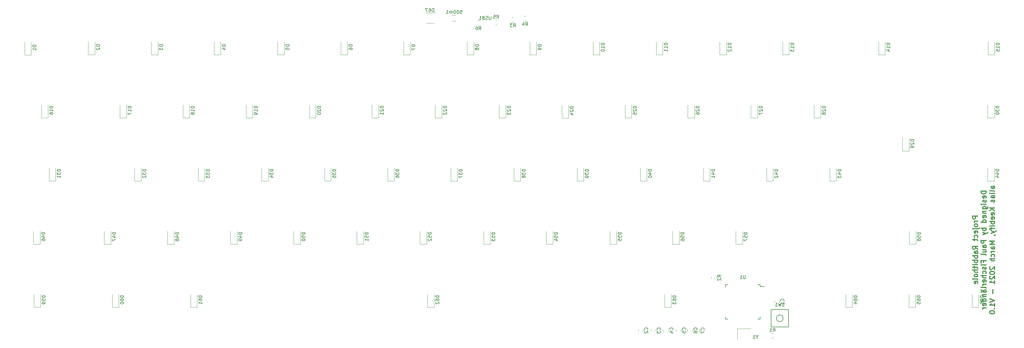
<source format=gbo>
G04 #@! TF.GenerationSoftware,KiCad,Pcbnew,(5.1.9)-1*
G04 #@! TF.CreationDate,2021-03-25T17:13:51+01:00*
G04 #@! TF.ProjectId,rabbitholev1,72616262-6974-4686-9f6c-6576312e6b69,rev?*
G04 #@! TF.SameCoordinates,Original*
G04 #@! TF.FileFunction,Legend,Bot*
G04 #@! TF.FilePolarity,Positive*
%FSLAX46Y46*%
G04 Gerber Fmt 4.6, Leading zero omitted, Abs format (unit mm)*
G04 Created by KiCad (PCBNEW (5.1.9)-1) date 2021-03-25 17:13:51*
%MOMM*%
%LPD*%
G01*
G04 APERTURE LIST*
%ADD10C,0.300000*%
%ADD11C,0.120000*%
%ADD12C,0.150000*%
G04 APERTURE END LIST*
D10*
X304135071Y-187278642D02*
X302635071Y-187278642D01*
X302635071Y-187850071D01*
X302706500Y-187992928D01*
X302777928Y-188064357D01*
X302920785Y-188135785D01*
X303135071Y-188135785D01*
X303277928Y-188064357D01*
X303349357Y-187992928D01*
X303420785Y-187850071D01*
X303420785Y-187278642D01*
X304135071Y-188778642D02*
X303135071Y-188778642D01*
X303420785Y-188778642D02*
X303277928Y-188850071D01*
X303206500Y-188921500D01*
X303135071Y-189064357D01*
X303135071Y-189207214D01*
X304135071Y-189921500D02*
X304063642Y-189778642D01*
X303992214Y-189707214D01*
X303849357Y-189635785D01*
X303420785Y-189635785D01*
X303277928Y-189707214D01*
X303206500Y-189778642D01*
X303135071Y-189921500D01*
X303135071Y-190135785D01*
X303206500Y-190278642D01*
X303277928Y-190350071D01*
X303420785Y-190421500D01*
X303849357Y-190421500D01*
X303992214Y-190350071D01*
X304063642Y-190278642D01*
X304135071Y-190135785D01*
X304135071Y-189921500D01*
X303135071Y-191064357D02*
X304420785Y-191064357D01*
X304563642Y-190992928D01*
X304635071Y-190850071D01*
X304635071Y-190778642D01*
X302635071Y-191064357D02*
X302706500Y-190992928D01*
X302777928Y-191064357D01*
X302706500Y-191135785D01*
X302635071Y-191064357D01*
X302777928Y-191064357D01*
X304063642Y-192350071D02*
X304135071Y-192207214D01*
X304135071Y-191921500D01*
X304063642Y-191778642D01*
X303920785Y-191707214D01*
X303349357Y-191707214D01*
X303206500Y-191778642D01*
X303135071Y-191921500D01*
X303135071Y-192207214D01*
X303206500Y-192350071D01*
X303349357Y-192421500D01*
X303492214Y-192421500D01*
X303635071Y-191707214D01*
X304063642Y-193707214D02*
X304135071Y-193564357D01*
X304135071Y-193278642D01*
X304063642Y-193135785D01*
X303992214Y-193064357D01*
X303849357Y-192992928D01*
X303420785Y-192992928D01*
X303277928Y-193064357D01*
X303206500Y-193135785D01*
X303135071Y-193278642D01*
X303135071Y-193564357D01*
X303206500Y-193707214D01*
X303135071Y-194135785D02*
X303135071Y-194707214D01*
X302635071Y-194350071D02*
X303920785Y-194350071D01*
X304063642Y-194421500D01*
X304135071Y-194564357D01*
X304135071Y-194707214D01*
X304135071Y-197207214D02*
X303420785Y-196707214D01*
X304135071Y-196350071D02*
X302635071Y-196350071D01*
X302635071Y-196921500D01*
X302706500Y-197064357D01*
X302777928Y-197135785D01*
X302920785Y-197207214D01*
X303135071Y-197207214D01*
X303277928Y-197135785D01*
X303349357Y-197064357D01*
X303420785Y-196921500D01*
X303420785Y-196350071D01*
X304135071Y-198492928D02*
X303349357Y-198492928D01*
X303206500Y-198421500D01*
X303135071Y-198278642D01*
X303135071Y-197992928D01*
X303206500Y-197850071D01*
X304063642Y-198492928D02*
X304135071Y-198350071D01*
X304135071Y-197992928D01*
X304063642Y-197850071D01*
X303920785Y-197778642D01*
X303777928Y-197778642D01*
X303635071Y-197850071D01*
X303563642Y-197992928D01*
X303563642Y-198350071D01*
X303492214Y-198492928D01*
X304135071Y-199207214D02*
X302635071Y-199207214D01*
X303206500Y-199207214D02*
X303135071Y-199350071D01*
X303135071Y-199635785D01*
X303206500Y-199778642D01*
X303277928Y-199850071D01*
X303420785Y-199921500D01*
X303849357Y-199921500D01*
X303992214Y-199850071D01*
X304063642Y-199778642D01*
X304135071Y-199635785D01*
X304135071Y-199350071D01*
X304063642Y-199207214D01*
X304135071Y-200564357D02*
X302635071Y-200564357D01*
X303206500Y-200564357D02*
X303135071Y-200707214D01*
X303135071Y-200992928D01*
X303206500Y-201135785D01*
X303277928Y-201207214D01*
X303420785Y-201278642D01*
X303849357Y-201278642D01*
X303992214Y-201207214D01*
X304063642Y-201135785D01*
X304135071Y-200992928D01*
X304135071Y-200707214D01*
X304063642Y-200564357D01*
X304135071Y-201921500D02*
X303135071Y-201921500D01*
X302635071Y-201921500D02*
X302706500Y-201850071D01*
X302777928Y-201921500D01*
X302706500Y-201992928D01*
X302635071Y-201921500D01*
X302777928Y-201921500D01*
X303135071Y-202421500D02*
X303135071Y-202992928D01*
X302635071Y-202635785D02*
X303920785Y-202635785D01*
X304063642Y-202707214D01*
X304135071Y-202850071D01*
X304135071Y-202992928D01*
X304135071Y-203492928D02*
X302635071Y-203492928D01*
X304135071Y-204135785D02*
X303349357Y-204135785D01*
X303206500Y-204064357D01*
X303135071Y-203921500D01*
X303135071Y-203707214D01*
X303206500Y-203564357D01*
X303277928Y-203492928D01*
X304135071Y-205064357D02*
X304063642Y-204921500D01*
X303992214Y-204850071D01*
X303849357Y-204778642D01*
X303420785Y-204778642D01*
X303277928Y-204850071D01*
X303206500Y-204921500D01*
X303135071Y-205064357D01*
X303135071Y-205278642D01*
X303206500Y-205421500D01*
X303277928Y-205492928D01*
X303420785Y-205564357D01*
X303849357Y-205564357D01*
X303992214Y-205492928D01*
X304063642Y-205421500D01*
X304135071Y-205278642D01*
X304135071Y-205064357D01*
X304135071Y-206421500D02*
X304063642Y-206278642D01*
X303920785Y-206207214D01*
X302635071Y-206207214D01*
X304063642Y-207564357D02*
X304135071Y-207421500D01*
X304135071Y-207135785D01*
X304063642Y-206992928D01*
X303920785Y-206921500D01*
X303349357Y-206921500D01*
X303206500Y-206992928D01*
X303135071Y-207135785D01*
X303135071Y-207421500D01*
X303206500Y-207564357D01*
X303349357Y-207635785D01*
X303492214Y-207635785D01*
X303635071Y-206921500D01*
X306685071Y-179707214D02*
X305185071Y-179707214D01*
X305185071Y-180064357D01*
X305256500Y-180278642D01*
X305399357Y-180421500D01*
X305542214Y-180492928D01*
X305827928Y-180564357D01*
X306042214Y-180564357D01*
X306327928Y-180492928D01*
X306470785Y-180421500D01*
X306613642Y-180278642D01*
X306685071Y-180064357D01*
X306685071Y-179707214D01*
X306613642Y-181778642D02*
X306685071Y-181635785D01*
X306685071Y-181350071D01*
X306613642Y-181207214D01*
X306470785Y-181135785D01*
X305899357Y-181135785D01*
X305756500Y-181207214D01*
X305685071Y-181350071D01*
X305685071Y-181635785D01*
X305756500Y-181778642D01*
X305899357Y-181850071D01*
X306042214Y-181850071D01*
X306185071Y-181135785D01*
X306613642Y-182421500D02*
X306685071Y-182564357D01*
X306685071Y-182850071D01*
X306613642Y-182992928D01*
X306470785Y-183064357D01*
X306399357Y-183064357D01*
X306256500Y-182992928D01*
X306185071Y-182850071D01*
X306185071Y-182635785D01*
X306113642Y-182492928D01*
X305970785Y-182421500D01*
X305899357Y-182421500D01*
X305756500Y-182492928D01*
X305685071Y-182635785D01*
X305685071Y-182850071D01*
X305756500Y-182992928D01*
X306685071Y-183707214D02*
X305685071Y-183707214D01*
X305185071Y-183707214D02*
X305256500Y-183635785D01*
X305327928Y-183707214D01*
X305256500Y-183778642D01*
X305185071Y-183707214D01*
X305327928Y-183707214D01*
X305685071Y-185064357D02*
X306899357Y-185064357D01*
X307042214Y-184992928D01*
X307113642Y-184921500D01*
X307185071Y-184778642D01*
X307185071Y-184564357D01*
X307113642Y-184421500D01*
X306613642Y-185064357D02*
X306685071Y-184921500D01*
X306685071Y-184635785D01*
X306613642Y-184492928D01*
X306542214Y-184421500D01*
X306399357Y-184350071D01*
X305970785Y-184350071D01*
X305827928Y-184421500D01*
X305756500Y-184492928D01*
X305685071Y-184635785D01*
X305685071Y-184921500D01*
X305756500Y-185064357D01*
X305685071Y-185778642D02*
X306685071Y-185778642D01*
X305827928Y-185778642D02*
X305756500Y-185850071D01*
X305685071Y-185992928D01*
X305685071Y-186207214D01*
X305756500Y-186350071D01*
X305899357Y-186421500D01*
X306685071Y-186421500D01*
X306613642Y-187707214D02*
X306685071Y-187564357D01*
X306685071Y-187278642D01*
X306613642Y-187135785D01*
X306470785Y-187064357D01*
X305899357Y-187064357D01*
X305756500Y-187135785D01*
X305685071Y-187278642D01*
X305685071Y-187564357D01*
X305756500Y-187707214D01*
X305899357Y-187778642D01*
X306042214Y-187778642D01*
X306185071Y-187064357D01*
X306685071Y-189064357D02*
X305185071Y-189064357D01*
X306613642Y-189064357D02*
X306685071Y-188921500D01*
X306685071Y-188635785D01*
X306613642Y-188492928D01*
X306542214Y-188421500D01*
X306399357Y-188350071D01*
X305970785Y-188350071D01*
X305827928Y-188421500D01*
X305756500Y-188492928D01*
X305685071Y-188635785D01*
X305685071Y-188921500D01*
X305756500Y-189064357D01*
X306685071Y-190921500D02*
X305185071Y-190921500D01*
X305756500Y-190921500D02*
X305685071Y-191064357D01*
X305685071Y-191350071D01*
X305756500Y-191492928D01*
X305827928Y-191564357D01*
X305970785Y-191635785D01*
X306399357Y-191635785D01*
X306542214Y-191564357D01*
X306613642Y-191492928D01*
X306685071Y-191350071D01*
X306685071Y-191064357D01*
X306613642Y-190921500D01*
X305685071Y-192135785D02*
X306685071Y-192492928D01*
X305685071Y-192850071D02*
X306685071Y-192492928D01*
X307042214Y-192350071D01*
X307113642Y-192278642D01*
X307185071Y-192135785D01*
X306685071Y-194564357D02*
X305185071Y-194564357D01*
X305185071Y-195135785D01*
X305256500Y-195278642D01*
X305327928Y-195350071D01*
X305470785Y-195421500D01*
X305685071Y-195421500D01*
X305827928Y-195350071D01*
X305899357Y-195278642D01*
X305970785Y-195135785D01*
X305970785Y-194564357D01*
X306685071Y-196707214D02*
X305899357Y-196707214D01*
X305756500Y-196635785D01*
X305685071Y-196492928D01*
X305685071Y-196207214D01*
X305756500Y-196064357D01*
X306613642Y-196707214D02*
X306685071Y-196564357D01*
X306685071Y-196207214D01*
X306613642Y-196064357D01*
X306470785Y-195992928D01*
X306327928Y-195992928D01*
X306185071Y-196064357D01*
X306113642Y-196207214D01*
X306113642Y-196564357D01*
X306042214Y-196707214D01*
X305685071Y-198064357D02*
X306685071Y-198064357D01*
X305685071Y-197421500D02*
X306470785Y-197421500D01*
X306613642Y-197492928D01*
X306685071Y-197635785D01*
X306685071Y-197850071D01*
X306613642Y-197992928D01*
X306542214Y-198064357D01*
X306685071Y-198992928D02*
X306613642Y-198850071D01*
X306470785Y-198778642D01*
X305185071Y-198778642D01*
X305899357Y-201207214D02*
X305899357Y-200707214D01*
X306685071Y-200707214D02*
X305185071Y-200707214D01*
X305185071Y-201421500D01*
X306685071Y-201992928D02*
X305685071Y-201992928D01*
X305185071Y-201992928D02*
X305256500Y-201921500D01*
X305327928Y-201992928D01*
X305256500Y-202064357D01*
X305185071Y-201992928D01*
X305327928Y-201992928D01*
X306613642Y-202635785D02*
X306685071Y-202778642D01*
X306685071Y-203064357D01*
X306613642Y-203207214D01*
X306470785Y-203278642D01*
X306399357Y-203278642D01*
X306256500Y-203207214D01*
X306185071Y-203064357D01*
X306185071Y-202850071D01*
X306113642Y-202707214D01*
X305970785Y-202635785D01*
X305899357Y-202635785D01*
X305756500Y-202707214D01*
X305685071Y-202850071D01*
X305685071Y-203064357D01*
X305756500Y-203207214D01*
X306613642Y-204564357D02*
X306685071Y-204421500D01*
X306685071Y-204135785D01*
X306613642Y-203992928D01*
X306542214Y-203921500D01*
X306399357Y-203850071D01*
X305970785Y-203850071D01*
X305827928Y-203921500D01*
X305756500Y-203992928D01*
X305685071Y-204135785D01*
X305685071Y-204421500D01*
X305756500Y-204564357D01*
X306685071Y-205207214D02*
X305185071Y-205207214D01*
X306685071Y-205850071D02*
X305899357Y-205850071D01*
X305756500Y-205778642D01*
X305685071Y-205635785D01*
X305685071Y-205421500D01*
X305756500Y-205278642D01*
X305827928Y-205207214D01*
X306613642Y-207135785D02*
X306685071Y-206992928D01*
X306685071Y-206707214D01*
X306613642Y-206564357D01*
X306470785Y-206492928D01*
X305899357Y-206492928D01*
X305756500Y-206564357D01*
X305685071Y-206707214D01*
X305685071Y-206992928D01*
X305756500Y-207135785D01*
X305899357Y-207207214D01*
X306042214Y-207207214D01*
X306185071Y-206492928D01*
X306685071Y-207850071D02*
X305685071Y-207850071D01*
X305970785Y-207850071D02*
X305827928Y-207921500D01*
X305756500Y-207992928D01*
X305685071Y-208135785D01*
X305685071Y-208278642D01*
X306685071Y-208992928D02*
X306613642Y-208850071D01*
X306470785Y-208778642D01*
X305185071Y-208778642D01*
X306685071Y-210207214D02*
X305899357Y-210207214D01*
X305756500Y-210135785D01*
X305685071Y-209992928D01*
X305685071Y-209707214D01*
X305756500Y-209564357D01*
X306613642Y-210207214D02*
X306685071Y-210064357D01*
X306685071Y-209707214D01*
X306613642Y-209564357D01*
X306470785Y-209492928D01*
X306327928Y-209492928D01*
X306185071Y-209564357D01*
X306113642Y-209707214D01*
X306113642Y-210064357D01*
X306042214Y-210207214D01*
X305185071Y-209564357D02*
X305256500Y-209635785D01*
X305327928Y-209564357D01*
X305256500Y-209492928D01*
X305185071Y-209564357D01*
X305327928Y-209564357D01*
X305185071Y-210135785D02*
X305256500Y-210207214D01*
X305327928Y-210135785D01*
X305256500Y-210064357D01*
X305185071Y-210135785D01*
X305327928Y-210135785D01*
X305685071Y-210921500D02*
X306685071Y-210921500D01*
X305827928Y-210921500D02*
X305756500Y-210992928D01*
X305685071Y-211135785D01*
X305685071Y-211350071D01*
X305756500Y-211492928D01*
X305899357Y-211564357D01*
X306685071Y-211564357D01*
X306685071Y-212921500D02*
X305185071Y-212921500D01*
X306613642Y-212921500D02*
X306685071Y-212778642D01*
X306685071Y-212492928D01*
X306613642Y-212350071D01*
X306542214Y-212278642D01*
X306399357Y-212207214D01*
X305970785Y-212207214D01*
X305827928Y-212278642D01*
X305756500Y-212350071D01*
X305685071Y-212492928D01*
X305685071Y-212778642D01*
X305756500Y-212921500D01*
X306613642Y-214207214D02*
X306685071Y-214064357D01*
X306685071Y-213778642D01*
X306613642Y-213635785D01*
X306470785Y-213564357D01*
X305899357Y-213564357D01*
X305756500Y-213635785D01*
X305685071Y-213778642D01*
X305685071Y-214064357D01*
X305756500Y-214207214D01*
X305899357Y-214278642D01*
X306042214Y-214278642D01*
X306185071Y-213564357D01*
X306685071Y-214921500D02*
X305685071Y-214921500D01*
X305970785Y-214921500D02*
X305827928Y-214992928D01*
X305756500Y-215064357D01*
X305685071Y-215207214D01*
X305685071Y-215350071D01*
X309235071Y-178885785D02*
X308449357Y-178885785D01*
X308306500Y-178814357D01*
X308235071Y-178671500D01*
X308235071Y-178385785D01*
X308306500Y-178242928D01*
X309163642Y-178885785D02*
X309235071Y-178742928D01*
X309235071Y-178385785D01*
X309163642Y-178242928D01*
X309020785Y-178171500D01*
X308877928Y-178171500D01*
X308735071Y-178242928D01*
X308663642Y-178385785D01*
X308663642Y-178742928D01*
X308592214Y-178885785D01*
X309235071Y-179814357D02*
X309163642Y-179671500D01*
X309020785Y-179600071D01*
X307735071Y-179600071D01*
X309235071Y-180385785D02*
X308235071Y-180385785D01*
X307735071Y-180385785D02*
X307806500Y-180314357D01*
X307877928Y-180385785D01*
X307806500Y-180457214D01*
X307735071Y-180385785D01*
X307877928Y-180385785D01*
X309235071Y-181742928D02*
X308449357Y-181742928D01*
X308306500Y-181671500D01*
X308235071Y-181528642D01*
X308235071Y-181242928D01*
X308306500Y-181100071D01*
X309163642Y-181742928D02*
X309235071Y-181600071D01*
X309235071Y-181242928D01*
X309163642Y-181100071D01*
X309020785Y-181028642D01*
X308877928Y-181028642D01*
X308735071Y-181100071D01*
X308663642Y-181242928D01*
X308663642Y-181600071D01*
X308592214Y-181742928D01*
X309163642Y-182385785D02*
X309235071Y-182528642D01*
X309235071Y-182814357D01*
X309163642Y-182957214D01*
X309020785Y-183028642D01*
X308949357Y-183028642D01*
X308806500Y-182957214D01*
X308735071Y-182814357D01*
X308735071Y-182600071D01*
X308663642Y-182457214D01*
X308520785Y-182385785D01*
X308449357Y-182385785D01*
X308306500Y-182457214D01*
X308235071Y-182600071D01*
X308235071Y-182814357D01*
X308306500Y-182957214D01*
X309235071Y-184814357D02*
X307735071Y-184814357D01*
X309235071Y-185671500D02*
X308377928Y-185028642D01*
X307735071Y-185671500D02*
X308592214Y-184814357D01*
X309163642Y-186885785D02*
X309235071Y-186742928D01*
X309235071Y-186457214D01*
X309163642Y-186314357D01*
X309020785Y-186242928D01*
X308449357Y-186242928D01*
X308306500Y-186314357D01*
X308235071Y-186457214D01*
X308235071Y-186742928D01*
X308306500Y-186885785D01*
X308449357Y-186957214D01*
X308592214Y-186957214D01*
X308735071Y-186242928D01*
X309163642Y-188171500D02*
X309235071Y-188028642D01*
X309235071Y-187742928D01*
X309163642Y-187600071D01*
X309020785Y-187528642D01*
X308449357Y-187528642D01*
X308306500Y-187600071D01*
X308235071Y-187742928D01*
X308235071Y-188028642D01*
X308306500Y-188171500D01*
X308449357Y-188242928D01*
X308592214Y-188242928D01*
X308735071Y-187528642D01*
X309235071Y-188885785D02*
X307735071Y-188885785D01*
X308306500Y-188885785D02*
X308235071Y-189028642D01*
X308235071Y-189314357D01*
X308306500Y-189457214D01*
X308377928Y-189528642D01*
X308520785Y-189600071D01*
X308949357Y-189600071D01*
X309092214Y-189528642D01*
X309163642Y-189457214D01*
X309235071Y-189314357D01*
X309235071Y-189028642D01*
X309163642Y-188885785D01*
X309235071Y-190242928D02*
X308235071Y-190242928D01*
X307735071Y-190242928D02*
X307806500Y-190171500D01*
X307877928Y-190242928D01*
X307806500Y-190314357D01*
X307735071Y-190242928D01*
X307877928Y-190242928D01*
X308235071Y-190742928D02*
X308235071Y-191314357D01*
X309235071Y-190957214D02*
X307949357Y-190957214D01*
X307806500Y-191028642D01*
X307735071Y-191171500D01*
X307735071Y-191314357D01*
X308235071Y-191671500D02*
X309235071Y-192028642D01*
X308235071Y-192385785D02*
X309235071Y-192028642D01*
X309592214Y-191885785D01*
X309663642Y-191814357D01*
X309735071Y-191671500D01*
X309163642Y-193028642D02*
X309235071Y-193028642D01*
X309377928Y-192957214D01*
X309449357Y-192885785D01*
X309235071Y-194814357D02*
X307735071Y-194814357D01*
X308806500Y-195314357D01*
X307735071Y-195814357D01*
X309235071Y-195814357D01*
X309235071Y-197171500D02*
X308449357Y-197171500D01*
X308306500Y-197100071D01*
X308235071Y-196957214D01*
X308235071Y-196671500D01*
X308306500Y-196528642D01*
X309163642Y-197171500D02*
X309235071Y-197028642D01*
X309235071Y-196671500D01*
X309163642Y-196528642D01*
X309020785Y-196457214D01*
X308877928Y-196457214D01*
X308735071Y-196528642D01*
X308663642Y-196671500D01*
X308663642Y-197028642D01*
X308592214Y-197171500D01*
X309235071Y-197885785D02*
X308235071Y-197885785D01*
X308520785Y-197885785D02*
X308377928Y-197957214D01*
X308306500Y-198028642D01*
X308235071Y-198171500D01*
X308235071Y-198314357D01*
X309163642Y-199457214D02*
X309235071Y-199314357D01*
X309235071Y-199028642D01*
X309163642Y-198885785D01*
X309092214Y-198814357D01*
X308949357Y-198742928D01*
X308520785Y-198742928D01*
X308377928Y-198814357D01*
X308306500Y-198885785D01*
X308235071Y-199028642D01*
X308235071Y-199314357D01*
X308306500Y-199457214D01*
X309235071Y-200100071D02*
X307735071Y-200100071D01*
X309235071Y-200742928D02*
X308449357Y-200742928D01*
X308306500Y-200671500D01*
X308235071Y-200528642D01*
X308235071Y-200314357D01*
X308306500Y-200171500D01*
X308377928Y-200100071D01*
X307877928Y-202528642D02*
X307806500Y-202600071D01*
X307735071Y-202742928D01*
X307735071Y-203100071D01*
X307806500Y-203242928D01*
X307877928Y-203314357D01*
X308020785Y-203385785D01*
X308163642Y-203385785D01*
X308377928Y-203314357D01*
X309235071Y-202457214D01*
X309235071Y-203385785D01*
X307735071Y-204314357D02*
X307735071Y-204457214D01*
X307806500Y-204600071D01*
X307877928Y-204671500D01*
X308020785Y-204742928D01*
X308306500Y-204814357D01*
X308663642Y-204814357D01*
X308949357Y-204742928D01*
X309092214Y-204671500D01*
X309163642Y-204600071D01*
X309235071Y-204457214D01*
X309235071Y-204314357D01*
X309163642Y-204171500D01*
X309092214Y-204100071D01*
X308949357Y-204028642D01*
X308663642Y-203957214D01*
X308306500Y-203957214D01*
X308020785Y-204028642D01*
X307877928Y-204100071D01*
X307806500Y-204171500D01*
X307735071Y-204314357D01*
X307877928Y-205385785D02*
X307806500Y-205457214D01*
X307735071Y-205600071D01*
X307735071Y-205957214D01*
X307806500Y-206100071D01*
X307877928Y-206171500D01*
X308020785Y-206242928D01*
X308163642Y-206242928D01*
X308377928Y-206171500D01*
X309235071Y-205314357D01*
X309235071Y-206242928D01*
X309235071Y-207671500D02*
X309235071Y-206814357D01*
X309235071Y-207242928D02*
X307735071Y-207242928D01*
X307949357Y-207100071D01*
X308092214Y-206957214D01*
X308163642Y-206814357D01*
X308663642Y-209457214D02*
X308663642Y-210600071D01*
X307735071Y-212242928D02*
X309235071Y-212742928D01*
X307735071Y-213242928D01*
X309235071Y-214528642D02*
X309235071Y-213671500D01*
X309235071Y-214100071D02*
X307735071Y-214100071D01*
X307949357Y-213957214D01*
X308092214Y-213814357D01*
X308163642Y-213671500D01*
X309092214Y-215171500D02*
X309163642Y-215242928D01*
X309235071Y-215171500D01*
X309163642Y-215100071D01*
X309092214Y-215171500D01*
X309235071Y-215171500D01*
X307735071Y-216171500D02*
X307735071Y-216314357D01*
X307806500Y-216457214D01*
X307877928Y-216528642D01*
X308020785Y-216600071D01*
X308306500Y-216671500D01*
X308663642Y-216671500D01*
X308949357Y-216600071D01*
X309092214Y-216528642D01*
X309163642Y-216457214D01*
X309235071Y-216314357D01*
X309235071Y-216171500D01*
X309163642Y-216028642D01*
X309092214Y-215957214D01*
X308949357Y-215885785D01*
X308663642Y-215814357D01*
X308306500Y-215814357D01*
X308020785Y-215885785D01*
X307877928Y-215957214D01*
X307806500Y-216028642D01*
X307735071Y-216171500D01*
D11*
G04 #@! TO.C,Y1*
X231680000Y-221171500D02*
X235680000Y-221171500D01*
X231680000Y-224471500D02*
X231680000Y-221171500D01*
D12*
G04 #@! TO.C,U1*
X238474000Y-208506000D02*
X239749000Y-208506000D01*
X228124000Y-207931000D02*
X228799000Y-207931000D01*
X228124000Y-218281000D02*
X228799000Y-218281000D01*
X238474000Y-218281000D02*
X237799000Y-218281000D01*
X238474000Y-207931000D02*
X237799000Y-207931000D01*
X238474000Y-218281000D02*
X238474000Y-217606000D01*
X228124000Y-218281000D02*
X228124000Y-217606000D01*
X228124000Y-207931000D02*
X228124000Y-208606000D01*
X238474000Y-207931000D02*
X238474000Y-208506000D01*
G04 #@! TO.C,SW1*
X241829280Y-220664080D02*
X247029280Y-220664080D01*
X247029280Y-220664080D02*
X247029280Y-215464080D01*
X247029280Y-215464080D02*
X241829280Y-215464080D01*
X241829280Y-215464080D02*
X241829280Y-220664080D01*
X245429280Y-218064080D02*
G75*
G03*
X245429280Y-218064080I-1000000J0D01*
G01*
D11*
G04 #@! TO.C,R6*
X153315936Y-128170000D02*
X153770064Y-128170000D01*
X153315936Y-129640000D02*
X153770064Y-129640000D01*
G04 #@! TO.C,R5*
X159104064Y-129513000D02*
X158649936Y-129513000D01*
X159104064Y-128043000D02*
X158649936Y-128043000D01*
G04 #@! TO.C,R4*
X167399596Y-126889840D02*
X167853724Y-126889840D01*
X167399596Y-128359840D02*
X167853724Y-128359840D01*
G04 #@! TO.C,R3*
X163711516Y-127306400D02*
X164165644Y-127306400D01*
X163711516Y-128776400D02*
X164165644Y-128776400D01*
G04 #@! TO.C,R2*
X223801000Y-206030564D02*
X223801000Y-205576436D01*
X225271000Y-206030564D02*
X225271000Y-205576436D01*
G04 #@! TO.C,R1*
X242479564Y-224001000D02*
X242025436Y-224001000D01*
X242479564Y-222531000D02*
X242025436Y-222531000D01*
G04 #@! TO.C,D67*
X137738000Y-125958000D02*
X140688000Y-125958000D01*
X140138000Y-129058000D02*
X137738000Y-129058000D01*
G04 #@! TO.C,D66*
X304403000Y-214721000D02*
X304403000Y-210821000D01*
X302403000Y-214721000D02*
X302403000Y-210821000D01*
X304403000Y-214721000D02*
X302403000Y-214721000D01*
G04 #@! TO.C,D65*
X285353000Y-214721000D02*
X285353000Y-210821000D01*
X283353000Y-214721000D02*
X283353000Y-210821000D01*
X285353000Y-214721000D02*
X283353000Y-214721000D01*
G04 #@! TO.C,D64*
X266303000Y-214721000D02*
X266303000Y-210821000D01*
X264303000Y-214721000D02*
X264303000Y-210821000D01*
X266303000Y-214721000D02*
X264303000Y-214721000D01*
G04 #@! TO.C,D63*
X211693000Y-214721000D02*
X211693000Y-210821000D01*
X209693000Y-214721000D02*
X209693000Y-210821000D01*
X211693000Y-214721000D02*
X209693000Y-214721000D01*
G04 #@! TO.C,D62*
X140192000Y-214721000D02*
X140192000Y-210821000D01*
X138192000Y-214721000D02*
X138192000Y-210821000D01*
X140192000Y-214721000D02*
X138192000Y-214721000D01*
G04 #@! TO.C,D61*
X68691000Y-214722000D02*
X68691000Y-210822000D01*
X66691000Y-214722000D02*
X66691000Y-210822000D01*
X68691000Y-214722000D02*
X66691000Y-214722000D01*
G04 #@! TO.C,D60*
X45069000Y-214721000D02*
X45069000Y-210821000D01*
X43069000Y-214721000D02*
X43069000Y-210821000D01*
X45069000Y-214721000D02*
X43069000Y-214721000D01*
G04 #@! TO.C,D59*
X21447000Y-214721000D02*
X21447000Y-210821000D01*
X19447000Y-214721000D02*
X19447000Y-210821000D01*
X21447000Y-214721000D02*
X19447000Y-214721000D01*
G04 #@! TO.C,D58*
X285480000Y-195671000D02*
X285480000Y-191771000D01*
X283480000Y-195671000D02*
X283480000Y-191771000D01*
X285480000Y-195671000D02*
X283480000Y-195671000D01*
G04 #@! TO.C,D57*
X233156000Y-195671000D02*
X233156000Y-191771000D01*
X231156000Y-195671000D02*
X231156000Y-191771000D01*
X233156000Y-195671000D02*
X231156000Y-195671000D01*
G04 #@! TO.C,D56*
X214106000Y-195671000D02*
X214106000Y-191771000D01*
X212106000Y-195671000D02*
X212106000Y-191771000D01*
X214106000Y-195671000D02*
X212106000Y-195671000D01*
G04 #@! TO.C,D55*
X195183000Y-195671000D02*
X195183000Y-191771000D01*
X193183000Y-195671000D02*
X193183000Y-191771000D01*
X195183000Y-195671000D02*
X193183000Y-195671000D01*
G04 #@! TO.C,D54*
X176006000Y-195671000D02*
X176006000Y-191771000D01*
X174006000Y-195671000D02*
X174006000Y-191771000D01*
X176006000Y-195671000D02*
X174006000Y-195671000D01*
G04 #@! TO.C,D53*
X157083000Y-195671000D02*
X157083000Y-191771000D01*
X155083000Y-195671000D02*
X155083000Y-191771000D01*
X157083000Y-195671000D02*
X155083000Y-195671000D01*
G04 #@! TO.C,D52*
X137906000Y-195671000D02*
X137906000Y-191771000D01*
X135906000Y-195671000D02*
X135906000Y-191771000D01*
X137906000Y-195671000D02*
X135906000Y-195671000D01*
G04 #@! TO.C,D51*
X118856000Y-195671000D02*
X118856000Y-191771000D01*
X116856000Y-195671000D02*
X116856000Y-191771000D01*
X118856000Y-195671000D02*
X116856000Y-195671000D01*
G04 #@! TO.C,D50*
X99806000Y-195671000D02*
X99806000Y-191771000D01*
X97806000Y-195671000D02*
X97806000Y-191771000D01*
X99806000Y-195671000D02*
X97806000Y-195671000D01*
G04 #@! TO.C,D49*
X80756000Y-195671000D02*
X80756000Y-191771000D01*
X78756000Y-195671000D02*
X78756000Y-191771000D01*
X80756000Y-195671000D02*
X78756000Y-195671000D01*
G04 #@! TO.C,D48*
X61706000Y-195671000D02*
X61706000Y-191771000D01*
X59706000Y-195671000D02*
X59706000Y-191771000D01*
X61706000Y-195671000D02*
X59706000Y-195671000D01*
G04 #@! TO.C,D47*
X42656000Y-195671000D02*
X42656000Y-191771000D01*
X40656000Y-195671000D02*
X40656000Y-191771000D01*
X42656000Y-195671000D02*
X40656000Y-195671000D01*
G04 #@! TO.C,D46*
X21320000Y-195671000D02*
X21320000Y-191771000D01*
X19320000Y-195671000D02*
X19320000Y-191771000D01*
X21320000Y-195671000D02*
X19320000Y-195671000D01*
G04 #@! TO.C,D44*
X309102000Y-176621000D02*
X309102000Y-172721000D01*
X307102000Y-176621000D02*
X307102000Y-172721000D01*
X309102000Y-176621000D02*
X307102000Y-176621000D01*
G04 #@! TO.C,D43*
X261477000Y-176621000D02*
X261477000Y-172721000D01*
X259477000Y-176621000D02*
X259477000Y-172721000D01*
X261477000Y-176621000D02*
X259477000Y-176621000D01*
G04 #@! TO.C,D42*
X242427000Y-176621000D02*
X242427000Y-172721000D01*
X240427000Y-176621000D02*
X240427000Y-172721000D01*
X242427000Y-176621000D02*
X240427000Y-176621000D01*
G04 #@! TO.C,D41*
X223377000Y-176621000D02*
X223377000Y-172721000D01*
X221377000Y-176621000D02*
X221377000Y-172721000D01*
X223377000Y-176621000D02*
X221377000Y-176621000D01*
G04 #@! TO.C,D40*
X204327000Y-176621000D02*
X204327000Y-172721000D01*
X202327000Y-176621000D02*
X202327000Y-172721000D01*
X204327000Y-176621000D02*
X202327000Y-176621000D01*
G04 #@! TO.C,D39*
X185277000Y-176621000D02*
X185277000Y-172721000D01*
X183277000Y-176621000D02*
X183277000Y-172721000D01*
X185277000Y-176621000D02*
X183277000Y-176621000D01*
G04 #@! TO.C,D38*
X166227000Y-176621000D02*
X166227000Y-172721000D01*
X164227000Y-176621000D02*
X164227000Y-172721000D01*
X166227000Y-176621000D02*
X164227000Y-176621000D01*
G04 #@! TO.C,D37*
X147177000Y-176621000D02*
X147177000Y-172721000D01*
X145177000Y-176621000D02*
X145177000Y-172721000D01*
X147177000Y-176621000D02*
X145177000Y-176621000D01*
G04 #@! TO.C,D36*
X128127000Y-176621000D02*
X128127000Y-172721000D01*
X126127000Y-176621000D02*
X126127000Y-172721000D01*
X128127000Y-176621000D02*
X126127000Y-176621000D01*
G04 #@! TO.C,D35*
X109077000Y-176621000D02*
X109077000Y-172721000D01*
X107077000Y-176621000D02*
X107077000Y-172721000D01*
X109077000Y-176621000D02*
X107077000Y-176621000D01*
G04 #@! TO.C,D34*
X90154000Y-176621000D02*
X90154000Y-172721000D01*
X88154000Y-176621000D02*
X88154000Y-172721000D01*
X90154000Y-176621000D02*
X88154000Y-176621000D01*
G04 #@! TO.C,D33*
X70977000Y-176621000D02*
X70977000Y-172721000D01*
X68977000Y-176621000D02*
X68977000Y-172721000D01*
X70977000Y-176621000D02*
X68977000Y-176621000D01*
G04 #@! TO.C,D32*
X51800000Y-176621000D02*
X51800000Y-172721000D01*
X49800000Y-176621000D02*
X49800000Y-172721000D01*
X51800000Y-176621000D02*
X49800000Y-176621000D01*
G04 #@! TO.C,D31*
X26019000Y-176621000D02*
X26019000Y-172721000D01*
X24019000Y-176621000D02*
X24019000Y-172721000D01*
X26019000Y-176621000D02*
X24019000Y-176621000D01*
G04 #@! TO.C,D30*
X309102000Y-157571000D02*
X309102000Y-153671000D01*
X307102000Y-157571000D02*
X307102000Y-153671000D01*
X309102000Y-157571000D02*
X307102000Y-157571000D01*
G04 #@! TO.C,D29*
X283448000Y-167604000D02*
X283448000Y-163704000D01*
X281448000Y-167604000D02*
X281448000Y-163704000D01*
X283448000Y-167604000D02*
X281448000Y-167604000D01*
G04 #@! TO.C,D28*
X256778000Y-157571000D02*
X256778000Y-153671000D01*
X254778000Y-157571000D02*
X254778000Y-153671000D01*
X256778000Y-157571000D02*
X254778000Y-157571000D01*
G04 #@! TO.C,D27*
X237728000Y-157571000D02*
X237728000Y-153671000D01*
X235728000Y-157571000D02*
X235728000Y-153671000D01*
X237728000Y-157571000D02*
X235728000Y-157571000D01*
G04 #@! TO.C,D26*
X218678000Y-157571000D02*
X218678000Y-153671000D01*
X216678000Y-157571000D02*
X216678000Y-153671000D01*
X218678000Y-157571000D02*
X216678000Y-157571000D01*
G04 #@! TO.C,D25*
X199755000Y-157571000D02*
X199755000Y-153671000D01*
X197755000Y-157571000D02*
X197755000Y-153671000D01*
X199755000Y-157571000D02*
X197755000Y-157571000D01*
G04 #@! TO.C,D24*
X180705000Y-157698000D02*
X180705000Y-153798000D01*
X178705000Y-157698000D02*
X178705000Y-153798000D01*
X180705000Y-157698000D02*
X178705000Y-157698000D01*
G04 #@! TO.C,D23*
X161782000Y-157571000D02*
X161782000Y-153671000D01*
X159782000Y-157571000D02*
X159782000Y-153671000D01*
X161782000Y-157571000D02*
X159782000Y-157571000D01*
G04 #@! TO.C,D22*
X142478000Y-157571000D02*
X142478000Y-153671000D01*
X140478000Y-157571000D02*
X140478000Y-153671000D01*
X142478000Y-157571000D02*
X140478000Y-157571000D01*
G04 #@! TO.C,D21*
X123428000Y-157571000D02*
X123428000Y-153671000D01*
X121428000Y-157571000D02*
X121428000Y-153671000D01*
X123428000Y-157571000D02*
X121428000Y-157571000D01*
G04 #@! TO.C,D20*
X104505000Y-157571000D02*
X104505000Y-153671000D01*
X102505000Y-157571000D02*
X102505000Y-153671000D01*
X104505000Y-157571000D02*
X102505000Y-157571000D01*
G04 #@! TO.C,D19*
X85455000Y-157571000D02*
X85455000Y-153671000D01*
X83455000Y-157571000D02*
X83455000Y-153671000D01*
X85455000Y-157571000D02*
X83455000Y-157571000D01*
G04 #@! TO.C,D18*
X66405000Y-157571000D02*
X66405000Y-153671000D01*
X64405000Y-157571000D02*
X64405000Y-153671000D01*
X66405000Y-157571000D02*
X64405000Y-157571000D01*
G04 #@! TO.C,D17*
X47355000Y-157571000D02*
X47355000Y-153671000D01*
X45355000Y-157571000D02*
X45355000Y-153671000D01*
X47355000Y-157571000D02*
X45355000Y-157571000D01*
G04 #@! TO.C,D16*
X23733000Y-157571000D02*
X23733000Y-153671000D01*
X21733000Y-157571000D02*
X21733000Y-153671000D01*
X23733000Y-157571000D02*
X21733000Y-157571000D01*
G04 #@! TO.C,D15*
X309229000Y-138521000D02*
X309229000Y-134621000D01*
X307229000Y-138521000D02*
X307229000Y-134621000D01*
X309229000Y-138521000D02*
X307229000Y-138521000D01*
G04 #@! TO.C,D14*
X276209000Y-138521000D02*
X276209000Y-134621000D01*
X274209000Y-138521000D02*
X274209000Y-134621000D01*
X276209000Y-138521000D02*
X274209000Y-138521000D01*
G04 #@! TO.C,D13*
X247253000Y-138521000D02*
X247253000Y-134621000D01*
X245253000Y-138521000D02*
X245253000Y-134621000D01*
X247253000Y-138521000D02*
X245253000Y-138521000D01*
G04 #@! TO.C,D12*
X228330000Y-138521000D02*
X228330000Y-134621000D01*
X226330000Y-138521000D02*
X226330000Y-134621000D01*
X228330000Y-138521000D02*
X226330000Y-138521000D01*
G04 #@! TO.C,D11*
X209153000Y-138521000D02*
X209153000Y-134621000D01*
X207153000Y-138521000D02*
X207153000Y-134621000D01*
X209153000Y-138521000D02*
X207153000Y-138521000D01*
G04 #@! TO.C,D10*
X190103000Y-138521000D02*
X190103000Y-134621000D01*
X188103000Y-138521000D02*
X188103000Y-134621000D01*
X190103000Y-138521000D02*
X188103000Y-138521000D01*
G04 #@! TO.C,D9*
X171053000Y-138521000D02*
X171053000Y-134621000D01*
X169053000Y-138521000D02*
X169053000Y-134621000D01*
X171053000Y-138521000D02*
X169053000Y-138521000D01*
G04 #@! TO.C,D8*
X152130000Y-138521000D02*
X152130000Y-134621000D01*
X150130000Y-138521000D02*
X150130000Y-134621000D01*
X152130000Y-138521000D02*
X150130000Y-138521000D01*
G04 #@! TO.C,D7*
X132953000Y-138521000D02*
X132953000Y-134621000D01*
X130953000Y-138521000D02*
X130953000Y-134621000D01*
X132953000Y-138521000D02*
X130953000Y-138521000D01*
G04 #@! TO.C,D6*
X114030000Y-138521000D02*
X114030000Y-134621000D01*
X112030000Y-138521000D02*
X112030000Y-134621000D01*
X114030000Y-138521000D02*
X112030000Y-138521000D01*
G04 #@! TO.C,D5*
X94980000Y-138521000D02*
X94980000Y-134621000D01*
X92980000Y-138521000D02*
X92980000Y-134621000D01*
X94980000Y-138521000D02*
X92980000Y-138521000D01*
G04 #@! TO.C,D4*
X75803000Y-138521000D02*
X75803000Y-134621000D01*
X73803000Y-138521000D02*
X73803000Y-134621000D01*
X75803000Y-138521000D02*
X73803000Y-138521000D01*
G04 #@! TO.C,D3*
X56880000Y-138521000D02*
X56880000Y-134621000D01*
X54880000Y-138521000D02*
X54880000Y-134621000D01*
X56880000Y-138521000D02*
X54880000Y-138521000D01*
G04 #@! TO.C,D2*
X37830000Y-138521000D02*
X37830000Y-134621000D01*
X35830000Y-138521000D02*
X35830000Y-134621000D01*
X37830000Y-138521000D02*
X35830000Y-138521000D01*
G04 #@! TO.C,D1*
X18653000Y-138648000D02*
X18653000Y-134748000D01*
X16653000Y-138648000D02*
X16653000Y-134748000D01*
X18653000Y-138648000D02*
X16653000Y-138648000D01*
G04 #@! TO.C,C7*
X218784500Y-222003252D02*
X218784500Y-221480748D01*
X220254500Y-222003252D02*
X220254500Y-221480748D01*
G04 #@! TO.C,C6*
X216625500Y-222003252D02*
X216625500Y-221480748D01*
X218095500Y-222003252D02*
X218095500Y-221480748D01*
G04 #@! TO.C,C5*
X213173640Y-221993092D02*
X213173640Y-221470588D01*
X214643640Y-221993092D02*
X214643640Y-221470588D01*
G04 #@! TO.C,C4*
X209363640Y-221993092D02*
X209363640Y-221470588D01*
X210833640Y-221993092D02*
X210833640Y-221470588D01*
G04 #@! TO.C,C3*
X205553640Y-221993092D02*
X205553640Y-221470588D01*
X207023640Y-221993092D02*
X207023640Y-221470588D01*
G04 #@! TO.C,C2*
X201743640Y-221993092D02*
X201743640Y-221470588D01*
X203213640Y-221993092D02*
X203213640Y-221470588D01*
G04 #@! TO.C,C1*
X242851000Y-213301252D02*
X242851000Y-212778748D01*
X244321000Y-213301252D02*
X244321000Y-212778748D01*
G04 #@! TO.C,500m1*
X146779064Y-128418000D02*
X145574936Y-128418000D01*
X146779064Y-126598000D02*
X145574936Y-126598000D01*
G04 #@! TO.C,Y1*
D12*
X237585190Y-223686690D02*
X237585190Y-224162880D01*
X237918523Y-223162880D02*
X237585190Y-223686690D01*
X237251857Y-223162880D01*
X236394714Y-224162880D02*
X236966142Y-224162880D01*
X236680428Y-224162880D02*
X236680428Y-223162880D01*
X236775666Y-223305738D01*
X236870904Y-223400976D01*
X236966142Y-223448595D01*
G04 #@! TO.C,USB1*
X157313095Y-126939380D02*
X157313095Y-127748904D01*
X157265476Y-127844142D01*
X157217857Y-127891761D01*
X157122619Y-127939380D01*
X156932142Y-127939380D01*
X156836904Y-127891761D01*
X156789285Y-127844142D01*
X156741666Y-127748904D01*
X156741666Y-126939380D01*
X156313095Y-127891761D02*
X156170238Y-127939380D01*
X155932142Y-127939380D01*
X155836904Y-127891761D01*
X155789285Y-127844142D01*
X155741666Y-127748904D01*
X155741666Y-127653666D01*
X155789285Y-127558428D01*
X155836904Y-127510809D01*
X155932142Y-127463190D01*
X156122619Y-127415571D01*
X156217857Y-127367952D01*
X156265476Y-127320333D01*
X156313095Y-127225095D01*
X156313095Y-127129857D01*
X156265476Y-127034619D01*
X156217857Y-126987000D01*
X156122619Y-126939380D01*
X155884523Y-126939380D01*
X155741666Y-126987000D01*
X154979761Y-127415571D02*
X154836904Y-127463190D01*
X154789285Y-127510809D01*
X154741666Y-127606047D01*
X154741666Y-127748904D01*
X154789285Y-127844142D01*
X154836904Y-127891761D01*
X154932142Y-127939380D01*
X155313095Y-127939380D01*
X155313095Y-126939380D01*
X154979761Y-126939380D01*
X154884523Y-126987000D01*
X154836904Y-127034619D01*
X154789285Y-127129857D01*
X154789285Y-127225095D01*
X154836904Y-127320333D01*
X154884523Y-127367952D01*
X154979761Y-127415571D01*
X155313095Y-127415571D01*
X153789285Y-127939380D02*
X154360714Y-127939380D01*
X154075000Y-127939380D02*
X154075000Y-126939380D01*
X154170238Y-127082238D01*
X154265476Y-127177476D01*
X154360714Y-127225095D01*
G04 #@! TO.C,U1*
X234060904Y-205108380D02*
X234060904Y-205917904D01*
X234013285Y-206013142D01*
X233965666Y-206060761D01*
X233870428Y-206108380D01*
X233679952Y-206108380D01*
X233584714Y-206060761D01*
X233537095Y-206013142D01*
X233489476Y-205917904D01*
X233489476Y-205108380D01*
X232489476Y-206108380D02*
X233060904Y-206108380D01*
X232775190Y-206108380D02*
X232775190Y-205108380D01*
X232870428Y-205251238D01*
X232965666Y-205346476D01*
X233060904Y-205394095D01*
G04 #@! TO.C,SW1*
X245762613Y-214404841D02*
X245619756Y-214452460D01*
X245381660Y-214452460D01*
X245286422Y-214404841D01*
X245238803Y-214357222D01*
X245191184Y-214261984D01*
X245191184Y-214166746D01*
X245238803Y-214071508D01*
X245286422Y-214023889D01*
X245381660Y-213976270D01*
X245572137Y-213928651D01*
X245667375Y-213881032D01*
X245714994Y-213833413D01*
X245762613Y-213738175D01*
X245762613Y-213642937D01*
X245714994Y-213547699D01*
X245667375Y-213500080D01*
X245572137Y-213452460D01*
X245334041Y-213452460D01*
X245191184Y-213500080D01*
X244857851Y-213452460D02*
X244619756Y-214452460D01*
X244429280Y-213738175D01*
X244238803Y-214452460D01*
X244000708Y-213452460D01*
X243095946Y-214452460D02*
X243667375Y-214452460D01*
X243381660Y-214452460D02*
X243381660Y-213452460D01*
X243476899Y-213595318D01*
X243572137Y-213690556D01*
X243667375Y-213738175D01*
G04 #@! TO.C,R6*
X153709666Y-131007380D02*
X154043000Y-130531190D01*
X154281095Y-131007380D02*
X154281095Y-130007380D01*
X153900142Y-130007380D01*
X153804904Y-130055000D01*
X153757285Y-130102619D01*
X153709666Y-130197857D01*
X153709666Y-130340714D01*
X153757285Y-130435952D01*
X153804904Y-130483571D01*
X153900142Y-130531190D01*
X154281095Y-130531190D01*
X152852523Y-130007380D02*
X153043000Y-130007380D01*
X153138238Y-130055000D01*
X153185857Y-130102619D01*
X153281095Y-130245476D01*
X153328714Y-130435952D01*
X153328714Y-130816904D01*
X153281095Y-130912142D01*
X153233476Y-130959761D01*
X153138238Y-131007380D01*
X152947761Y-131007380D01*
X152852523Y-130959761D01*
X152804904Y-130912142D01*
X152757285Y-130816904D01*
X152757285Y-130578809D01*
X152804904Y-130483571D01*
X152852523Y-130435952D01*
X152947761Y-130388333D01*
X153138238Y-130388333D01*
X153233476Y-130435952D01*
X153281095Y-130483571D01*
X153328714Y-130578809D01*
G04 #@! TO.C,R5*
X159043666Y-127580380D02*
X159377000Y-127104190D01*
X159615095Y-127580380D02*
X159615095Y-126580380D01*
X159234142Y-126580380D01*
X159138904Y-126628000D01*
X159091285Y-126675619D01*
X159043666Y-126770857D01*
X159043666Y-126913714D01*
X159091285Y-127008952D01*
X159138904Y-127056571D01*
X159234142Y-127104190D01*
X159615095Y-127104190D01*
X158138904Y-126580380D02*
X158615095Y-126580380D01*
X158662714Y-127056571D01*
X158615095Y-127008952D01*
X158519857Y-126961333D01*
X158281761Y-126961333D01*
X158186523Y-127008952D01*
X158138904Y-127056571D01*
X158091285Y-127151809D01*
X158091285Y-127389904D01*
X158138904Y-127485142D01*
X158186523Y-127532761D01*
X158281761Y-127580380D01*
X158519857Y-127580380D01*
X158615095Y-127532761D01*
X158662714Y-127485142D01*
G04 #@! TO.C,R4*
X167793326Y-129727220D02*
X168126660Y-129251030D01*
X168364755Y-129727220D02*
X168364755Y-128727220D01*
X167983802Y-128727220D01*
X167888564Y-128774840D01*
X167840945Y-128822459D01*
X167793326Y-128917697D01*
X167793326Y-129060554D01*
X167840945Y-129155792D01*
X167888564Y-129203411D01*
X167983802Y-129251030D01*
X168364755Y-129251030D01*
X166936183Y-129060554D02*
X166936183Y-129727220D01*
X167174279Y-128679601D02*
X167412374Y-129393887D01*
X166793326Y-129393887D01*
G04 #@! TO.C,R3*
X164105246Y-130143780D02*
X164438580Y-129667590D01*
X164676675Y-130143780D02*
X164676675Y-129143780D01*
X164295722Y-129143780D01*
X164200484Y-129191400D01*
X164152865Y-129239019D01*
X164105246Y-129334257D01*
X164105246Y-129477114D01*
X164152865Y-129572352D01*
X164200484Y-129619971D01*
X164295722Y-129667590D01*
X164676675Y-129667590D01*
X163771913Y-129143780D02*
X163152865Y-129143780D01*
X163486199Y-129524733D01*
X163343341Y-129524733D01*
X163248103Y-129572352D01*
X163200484Y-129619971D01*
X163152865Y-129715209D01*
X163152865Y-129953304D01*
X163200484Y-130048542D01*
X163248103Y-130096161D01*
X163343341Y-130143780D01*
X163629056Y-130143780D01*
X163724294Y-130096161D01*
X163771913Y-130048542D01*
G04 #@! TO.C,R2*
X226638380Y-205636833D02*
X226162190Y-205303500D01*
X226638380Y-205065404D02*
X225638380Y-205065404D01*
X225638380Y-205446357D01*
X225686000Y-205541595D01*
X225733619Y-205589214D01*
X225828857Y-205636833D01*
X225971714Y-205636833D01*
X226066952Y-205589214D01*
X226114571Y-205541595D01*
X226162190Y-205446357D01*
X226162190Y-205065404D01*
X225733619Y-206017785D02*
X225686000Y-206065404D01*
X225638380Y-206160642D01*
X225638380Y-206398738D01*
X225686000Y-206493976D01*
X225733619Y-206541595D01*
X225828857Y-206589214D01*
X225924095Y-206589214D01*
X226066952Y-206541595D01*
X226638380Y-205970166D01*
X226638380Y-206589214D01*
G04 #@! TO.C,R1*
X242419166Y-222068380D02*
X242752500Y-221592190D01*
X242990595Y-222068380D02*
X242990595Y-221068380D01*
X242609642Y-221068380D01*
X242514404Y-221116000D01*
X242466785Y-221163619D01*
X242419166Y-221258857D01*
X242419166Y-221401714D01*
X242466785Y-221496952D01*
X242514404Y-221544571D01*
X242609642Y-221592190D01*
X242990595Y-221592190D01*
X241466785Y-222068380D02*
X242038214Y-222068380D01*
X241752500Y-222068380D02*
X241752500Y-221068380D01*
X241847738Y-221211238D01*
X241942976Y-221306476D01*
X242038214Y-221354095D01*
G04 #@! TO.C,D67*
X140132285Y-125580380D02*
X140132285Y-124580380D01*
X139894190Y-124580380D01*
X139751333Y-124628000D01*
X139656095Y-124723238D01*
X139608476Y-124818476D01*
X139560857Y-125008952D01*
X139560857Y-125151809D01*
X139608476Y-125342285D01*
X139656095Y-125437523D01*
X139751333Y-125532761D01*
X139894190Y-125580380D01*
X140132285Y-125580380D01*
X138703714Y-124580380D02*
X138894190Y-124580380D01*
X138989428Y-124628000D01*
X139037047Y-124675619D01*
X139132285Y-124818476D01*
X139179904Y-125008952D01*
X139179904Y-125389904D01*
X139132285Y-125485142D01*
X139084666Y-125532761D01*
X138989428Y-125580380D01*
X138798952Y-125580380D01*
X138703714Y-125532761D01*
X138656095Y-125485142D01*
X138608476Y-125389904D01*
X138608476Y-125151809D01*
X138656095Y-125056571D01*
X138703714Y-125008952D01*
X138798952Y-124961333D01*
X138989428Y-124961333D01*
X139084666Y-125008952D01*
X139132285Y-125056571D01*
X139179904Y-125151809D01*
X138275142Y-124580380D02*
X137608476Y-124580380D01*
X138037047Y-125580380D01*
G04 #@! TO.C,D66*
X305855380Y-211256714D02*
X304855380Y-211256714D01*
X304855380Y-211494809D01*
X304903000Y-211637666D01*
X304998238Y-211732904D01*
X305093476Y-211780523D01*
X305283952Y-211828142D01*
X305426809Y-211828142D01*
X305617285Y-211780523D01*
X305712523Y-211732904D01*
X305807761Y-211637666D01*
X305855380Y-211494809D01*
X305855380Y-211256714D01*
X304855380Y-212685285D02*
X304855380Y-212494809D01*
X304903000Y-212399571D01*
X304950619Y-212351952D01*
X305093476Y-212256714D01*
X305283952Y-212209095D01*
X305664904Y-212209095D01*
X305760142Y-212256714D01*
X305807761Y-212304333D01*
X305855380Y-212399571D01*
X305855380Y-212590047D01*
X305807761Y-212685285D01*
X305760142Y-212732904D01*
X305664904Y-212780523D01*
X305426809Y-212780523D01*
X305331571Y-212732904D01*
X305283952Y-212685285D01*
X305236333Y-212590047D01*
X305236333Y-212399571D01*
X305283952Y-212304333D01*
X305331571Y-212256714D01*
X305426809Y-212209095D01*
X304855380Y-213637666D02*
X304855380Y-213447190D01*
X304903000Y-213351952D01*
X304950619Y-213304333D01*
X305093476Y-213209095D01*
X305283952Y-213161476D01*
X305664904Y-213161476D01*
X305760142Y-213209095D01*
X305807761Y-213256714D01*
X305855380Y-213351952D01*
X305855380Y-213542428D01*
X305807761Y-213637666D01*
X305760142Y-213685285D01*
X305664904Y-213732904D01*
X305426809Y-213732904D01*
X305331571Y-213685285D01*
X305283952Y-213637666D01*
X305236333Y-213542428D01*
X305236333Y-213351952D01*
X305283952Y-213256714D01*
X305331571Y-213209095D01*
X305426809Y-213161476D01*
G04 #@! TO.C,D65*
X286805380Y-211256714D02*
X285805380Y-211256714D01*
X285805380Y-211494809D01*
X285853000Y-211637666D01*
X285948238Y-211732904D01*
X286043476Y-211780523D01*
X286233952Y-211828142D01*
X286376809Y-211828142D01*
X286567285Y-211780523D01*
X286662523Y-211732904D01*
X286757761Y-211637666D01*
X286805380Y-211494809D01*
X286805380Y-211256714D01*
X285805380Y-212685285D02*
X285805380Y-212494809D01*
X285853000Y-212399571D01*
X285900619Y-212351952D01*
X286043476Y-212256714D01*
X286233952Y-212209095D01*
X286614904Y-212209095D01*
X286710142Y-212256714D01*
X286757761Y-212304333D01*
X286805380Y-212399571D01*
X286805380Y-212590047D01*
X286757761Y-212685285D01*
X286710142Y-212732904D01*
X286614904Y-212780523D01*
X286376809Y-212780523D01*
X286281571Y-212732904D01*
X286233952Y-212685285D01*
X286186333Y-212590047D01*
X286186333Y-212399571D01*
X286233952Y-212304333D01*
X286281571Y-212256714D01*
X286376809Y-212209095D01*
X285805380Y-213685285D02*
X285805380Y-213209095D01*
X286281571Y-213161476D01*
X286233952Y-213209095D01*
X286186333Y-213304333D01*
X286186333Y-213542428D01*
X286233952Y-213637666D01*
X286281571Y-213685285D01*
X286376809Y-213732904D01*
X286614904Y-213732904D01*
X286710142Y-213685285D01*
X286757761Y-213637666D01*
X286805380Y-213542428D01*
X286805380Y-213304333D01*
X286757761Y-213209095D01*
X286710142Y-213161476D01*
G04 #@! TO.C,D64*
X267755380Y-211256714D02*
X266755380Y-211256714D01*
X266755380Y-211494809D01*
X266803000Y-211637666D01*
X266898238Y-211732904D01*
X266993476Y-211780523D01*
X267183952Y-211828142D01*
X267326809Y-211828142D01*
X267517285Y-211780523D01*
X267612523Y-211732904D01*
X267707761Y-211637666D01*
X267755380Y-211494809D01*
X267755380Y-211256714D01*
X266755380Y-212685285D02*
X266755380Y-212494809D01*
X266803000Y-212399571D01*
X266850619Y-212351952D01*
X266993476Y-212256714D01*
X267183952Y-212209095D01*
X267564904Y-212209095D01*
X267660142Y-212256714D01*
X267707761Y-212304333D01*
X267755380Y-212399571D01*
X267755380Y-212590047D01*
X267707761Y-212685285D01*
X267660142Y-212732904D01*
X267564904Y-212780523D01*
X267326809Y-212780523D01*
X267231571Y-212732904D01*
X267183952Y-212685285D01*
X267136333Y-212590047D01*
X267136333Y-212399571D01*
X267183952Y-212304333D01*
X267231571Y-212256714D01*
X267326809Y-212209095D01*
X267088714Y-213637666D02*
X267755380Y-213637666D01*
X266707761Y-213399571D02*
X267422047Y-213161476D01*
X267422047Y-213780523D01*
G04 #@! TO.C,D63*
X213145380Y-211256714D02*
X212145380Y-211256714D01*
X212145380Y-211494809D01*
X212193000Y-211637666D01*
X212288238Y-211732904D01*
X212383476Y-211780523D01*
X212573952Y-211828142D01*
X212716809Y-211828142D01*
X212907285Y-211780523D01*
X213002523Y-211732904D01*
X213097761Y-211637666D01*
X213145380Y-211494809D01*
X213145380Y-211256714D01*
X212145380Y-212685285D02*
X212145380Y-212494809D01*
X212193000Y-212399571D01*
X212240619Y-212351952D01*
X212383476Y-212256714D01*
X212573952Y-212209095D01*
X212954904Y-212209095D01*
X213050142Y-212256714D01*
X213097761Y-212304333D01*
X213145380Y-212399571D01*
X213145380Y-212590047D01*
X213097761Y-212685285D01*
X213050142Y-212732904D01*
X212954904Y-212780523D01*
X212716809Y-212780523D01*
X212621571Y-212732904D01*
X212573952Y-212685285D01*
X212526333Y-212590047D01*
X212526333Y-212399571D01*
X212573952Y-212304333D01*
X212621571Y-212256714D01*
X212716809Y-212209095D01*
X212145380Y-213113857D02*
X212145380Y-213732904D01*
X212526333Y-213399571D01*
X212526333Y-213542428D01*
X212573952Y-213637666D01*
X212621571Y-213685285D01*
X212716809Y-213732904D01*
X212954904Y-213732904D01*
X213050142Y-213685285D01*
X213097761Y-213637666D01*
X213145380Y-213542428D01*
X213145380Y-213256714D01*
X213097761Y-213161476D01*
X213050142Y-213113857D01*
G04 #@! TO.C,D62*
X141644380Y-211256714D02*
X140644380Y-211256714D01*
X140644380Y-211494809D01*
X140692000Y-211637666D01*
X140787238Y-211732904D01*
X140882476Y-211780523D01*
X141072952Y-211828142D01*
X141215809Y-211828142D01*
X141406285Y-211780523D01*
X141501523Y-211732904D01*
X141596761Y-211637666D01*
X141644380Y-211494809D01*
X141644380Y-211256714D01*
X140644380Y-212685285D02*
X140644380Y-212494809D01*
X140692000Y-212399571D01*
X140739619Y-212351952D01*
X140882476Y-212256714D01*
X141072952Y-212209095D01*
X141453904Y-212209095D01*
X141549142Y-212256714D01*
X141596761Y-212304333D01*
X141644380Y-212399571D01*
X141644380Y-212590047D01*
X141596761Y-212685285D01*
X141549142Y-212732904D01*
X141453904Y-212780523D01*
X141215809Y-212780523D01*
X141120571Y-212732904D01*
X141072952Y-212685285D01*
X141025333Y-212590047D01*
X141025333Y-212399571D01*
X141072952Y-212304333D01*
X141120571Y-212256714D01*
X141215809Y-212209095D01*
X140739619Y-213161476D02*
X140692000Y-213209095D01*
X140644380Y-213304333D01*
X140644380Y-213542428D01*
X140692000Y-213637666D01*
X140739619Y-213685285D01*
X140834857Y-213732904D01*
X140930095Y-213732904D01*
X141072952Y-213685285D01*
X141644380Y-213113857D01*
X141644380Y-213732904D01*
G04 #@! TO.C,D61*
X70143380Y-211257714D02*
X69143380Y-211257714D01*
X69143380Y-211495809D01*
X69191000Y-211638666D01*
X69286238Y-211733904D01*
X69381476Y-211781523D01*
X69571952Y-211829142D01*
X69714809Y-211829142D01*
X69905285Y-211781523D01*
X70000523Y-211733904D01*
X70095761Y-211638666D01*
X70143380Y-211495809D01*
X70143380Y-211257714D01*
X69143380Y-212686285D02*
X69143380Y-212495809D01*
X69191000Y-212400571D01*
X69238619Y-212352952D01*
X69381476Y-212257714D01*
X69571952Y-212210095D01*
X69952904Y-212210095D01*
X70048142Y-212257714D01*
X70095761Y-212305333D01*
X70143380Y-212400571D01*
X70143380Y-212591047D01*
X70095761Y-212686285D01*
X70048142Y-212733904D01*
X69952904Y-212781523D01*
X69714809Y-212781523D01*
X69619571Y-212733904D01*
X69571952Y-212686285D01*
X69524333Y-212591047D01*
X69524333Y-212400571D01*
X69571952Y-212305333D01*
X69619571Y-212257714D01*
X69714809Y-212210095D01*
X70143380Y-213733904D02*
X70143380Y-213162476D01*
X70143380Y-213448190D02*
X69143380Y-213448190D01*
X69286238Y-213352952D01*
X69381476Y-213257714D01*
X69429095Y-213162476D01*
G04 #@! TO.C,D60*
X46521380Y-211256714D02*
X45521380Y-211256714D01*
X45521380Y-211494809D01*
X45569000Y-211637666D01*
X45664238Y-211732904D01*
X45759476Y-211780523D01*
X45949952Y-211828142D01*
X46092809Y-211828142D01*
X46283285Y-211780523D01*
X46378523Y-211732904D01*
X46473761Y-211637666D01*
X46521380Y-211494809D01*
X46521380Y-211256714D01*
X45521380Y-212685285D02*
X45521380Y-212494809D01*
X45569000Y-212399571D01*
X45616619Y-212351952D01*
X45759476Y-212256714D01*
X45949952Y-212209095D01*
X46330904Y-212209095D01*
X46426142Y-212256714D01*
X46473761Y-212304333D01*
X46521380Y-212399571D01*
X46521380Y-212590047D01*
X46473761Y-212685285D01*
X46426142Y-212732904D01*
X46330904Y-212780523D01*
X46092809Y-212780523D01*
X45997571Y-212732904D01*
X45949952Y-212685285D01*
X45902333Y-212590047D01*
X45902333Y-212399571D01*
X45949952Y-212304333D01*
X45997571Y-212256714D01*
X46092809Y-212209095D01*
X45521380Y-213399571D02*
X45521380Y-213494809D01*
X45569000Y-213590047D01*
X45616619Y-213637666D01*
X45711857Y-213685285D01*
X45902333Y-213732904D01*
X46140428Y-213732904D01*
X46330904Y-213685285D01*
X46426142Y-213637666D01*
X46473761Y-213590047D01*
X46521380Y-213494809D01*
X46521380Y-213399571D01*
X46473761Y-213304333D01*
X46426142Y-213256714D01*
X46330904Y-213209095D01*
X46140428Y-213161476D01*
X45902333Y-213161476D01*
X45711857Y-213209095D01*
X45616619Y-213256714D01*
X45569000Y-213304333D01*
X45521380Y-213399571D01*
G04 #@! TO.C,D59*
X22899380Y-211256714D02*
X21899380Y-211256714D01*
X21899380Y-211494809D01*
X21947000Y-211637666D01*
X22042238Y-211732904D01*
X22137476Y-211780523D01*
X22327952Y-211828142D01*
X22470809Y-211828142D01*
X22661285Y-211780523D01*
X22756523Y-211732904D01*
X22851761Y-211637666D01*
X22899380Y-211494809D01*
X22899380Y-211256714D01*
X21899380Y-212732904D02*
X21899380Y-212256714D01*
X22375571Y-212209095D01*
X22327952Y-212256714D01*
X22280333Y-212351952D01*
X22280333Y-212590047D01*
X22327952Y-212685285D01*
X22375571Y-212732904D01*
X22470809Y-212780523D01*
X22708904Y-212780523D01*
X22804142Y-212732904D01*
X22851761Y-212685285D01*
X22899380Y-212590047D01*
X22899380Y-212351952D01*
X22851761Y-212256714D01*
X22804142Y-212209095D01*
X22899380Y-213256714D02*
X22899380Y-213447190D01*
X22851761Y-213542428D01*
X22804142Y-213590047D01*
X22661285Y-213685285D01*
X22470809Y-213732904D01*
X22089857Y-213732904D01*
X21994619Y-213685285D01*
X21947000Y-213637666D01*
X21899380Y-213542428D01*
X21899380Y-213351952D01*
X21947000Y-213256714D01*
X21994619Y-213209095D01*
X22089857Y-213161476D01*
X22327952Y-213161476D01*
X22423190Y-213209095D01*
X22470809Y-213256714D01*
X22518428Y-213351952D01*
X22518428Y-213542428D01*
X22470809Y-213637666D01*
X22423190Y-213685285D01*
X22327952Y-213732904D01*
G04 #@! TO.C,D58*
X286932380Y-192206714D02*
X285932380Y-192206714D01*
X285932380Y-192444809D01*
X285980000Y-192587666D01*
X286075238Y-192682904D01*
X286170476Y-192730523D01*
X286360952Y-192778142D01*
X286503809Y-192778142D01*
X286694285Y-192730523D01*
X286789523Y-192682904D01*
X286884761Y-192587666D01*
X286932380Y-192444809D01*
X286932380Y-192206714D01*
X285932380Y-193682904D02*
X285932380Y-193206714D01*
X286408571Y-193159095D01*
X286360952Y-193206714D01*
X286313333Y-193301952D01*
X286313333Y-193540047D01*
X286360952Y-193635285D01*
X286408571Y-193682904D01*
X286503809Y-193730523D01*
X286741904Y-193730523D01*
X286837142Y-193682904D01*
X286884761Y-193635285D01*
X286932380Y-193540047D01*
X286932380Y-193301952D01*
X286884761Y-193206714D01*
X286837142Y-193159095D01*
X286360952Y-194301952D02*
X286313333Y-194206714D01*
X286265714Y-194159095D01*
X286170476Y-194111476D01*
X286122857Y-194111476D01*
X286027619Y-194159095D01*
X285980000Y-194206714D01*
X285932380Y-194301952D01*
X285932380Y-194492428D01*
X285980000Y-194587666D01*
X286027619Y-194635285D01*
X286122857Y-194682904D01*
X286170476Y-194682904D01*
X286265714Y-194635285D01*
X286313333Y-194587666D01*
X286360952Y-194492428D01*
X286360952Y-194301952D01*
X286408571Y-194206714D01*
X286456190Y-194159095D01*
X286551428Y-194111476D01*
X286741904Y-194111476D01*
X286837142Y-194159095D01*
X286884761Y-194206714D01*
X286932380Y-194301952D01*
X286932380Y-194492428D01*
X286884761Y-194587666D01*
X286837142Y-194635285D01*
X286741904Y-194682904D01*
X286551428Y-194682904D01*
X286456190Y-194635285D01*
X286408571Y-194587666D01*
X286360952Y-194492428D01*
G04 #@! TO.C,D57*
X234608380Y-192206714D02*
X233608380Y-192206714D01*
X233608380Y-192444809D01*
X233656000Y-192587666D01*
X233751238Y-192682904D01*
X233846476Y-192730523D01*
X234036952Y-192778142D01*
X234179809Y-192778142D01*
X234370285Y-192730523D01*
X234465523Y-192682904D01*
X234560761Y-192587666D01*
X234608380Y-192444809D01*
X234608380Y-192206714D01*
X233608380Y-193682904D02*
X233608380Y-193206714D01*
X234084571Y-193159095D01*
X234036952Y-193206714D01*
X233989333Y-193301952D01*
X233989333Y-193540047D01*
X234036952Y-193635285D01*
X234084571Y-193682904D01*
X234179809Y-193730523D01*
X234417904Y-193730523D01*
X234513142Y-193682904D01*
X234560761Y-193635285D01*
X234608380Y-193540047D01*
X234608380Y-193301952D01*
X234560761Y-193206714D01*
X234513142Y-193159095D01*
X233608380Y-194063857D02*
X233608380Y-194730523D01*
X234608380Y-194301952D01*
G04 #@! TO.C,D56*
X215558380Y-192206714D02*
X214558380Y-192206714D01*
X214558380Y-192444809D01*
X214606000Y-192587666D01*
X214701238Y-192682904D01*
X214796476Y-192730523D01*
X214986952Y-192778142D01*
X215129809Y-192778142D01*
X215320285Y-192730523D01*
X215415523Y-192682904D01*
X215510761Y-192587666D01*
X215558380Y-192444809D01*
X215558380Y-192206714D01*
X214558380Y-193682904D02*
X214558380Y-193206714D01*
X215034571Y-193159095D01*
X214986952Y-193206714D01*
X214939333Y-193301952D01*
X214939333Y-193540047D01*
X214986952Y-193635285D01*
X215034571Y-193682904D01*
X215129809Y-193730523D01*
X215367904Y-193730523D01*
X215463142Y-193682904D01*
X215510761Y-193635285D01*
X215558380Y-193540047D01*
X215558380Y-193301952D01*
X215510761Y-193206714D01*
X215463142Y-193159095D01*
X214558380Y-194587666D02*
X214558380Y-194397190D01*
X214606000Y-194301952D01*
X214653619Y-194254333D01*
X214796476Y-194159095D01*
X214986952Y-194111476D01*
X215367904Y-194111476D01*
X215463142Y-194159095D01*
X215510761Y-194206714D01*
X215558380Y-194301952D01*
X215558380Y-194492428D01*
X215510761Y-194587666D01*
X215463142Y-194635285D01*
X215367904Y-194682904D01*
X215129809Y-194682904D01*
X215034571Y-194635285D01*
X214986952Y-194587666D01*
X214939333Y-194492428D01*
X214939333Y-194301952D01*
X214986952Y-194206714D01*
X215034571Y-194159095D01*
X215129809Y-194111476D01*
G04 #@! TO.C,D55*
X196635380Y-192206714D02*
X195635380Y-192206714D01*
X195635380Y-192444809D01*
X195683000Y-192587666D01*
X195778238Y-192682904D01*
X195873476Y-192730523D01*
X196063952Y-192778142D01*
X196206809Y-192778142D01*
X196397285Y-192730523D01*
X196492523Y-192682904D01*
X196587761Y-192587666D01*
X196635380Y-192444809D01*
X196635380Y-192206714D01*
X195635380Y-193682904D02*
X195635380Y-193206714D01*
X196111571Y-193159095D01*
X196063952Y-193206714D01*
X196016333Y-193301952D01*
X196016333Y-193540047D01*
X196063952Y-193635285D01*
X196111571Y-193682904D01*
X196206809Y-193730523D01*
X196444904Y-193730523D01*
X196540142Y-193682904D01*
X196587761Y-193635285D01*
X196635380Y-193540047D01*
X196635380Y-193301952D01*
X196587761Y-193206714D01*
X196540142Y-193159095D01*
X195635380Y-194635285D02*
X195635380Y-194159095D01*
X196111571Y-194111476D01*
X196063952Y-194159095D01*
X196016333Y-194254333D01*
X196016333Y-194492428D01*
X196063952Y-194587666D01*
X196111571Y-194635285D01*
X196206809Y-194682904D01*
X196444904Y-194682904D01*
X196540142Y-194635285D01*
X196587761Y-194587666D01*
X196635380Y-194492428D01*
X196635380Y-194254333D01*
X196587761Y-194159095D01*
X196540142Y-194111476D01*
G04 #@! TO.C,D54*
X177458380Y-192206714D02*
X176458380Y-192206714D01*
X176458380Y-192444809D01*
X176506000Y-192587666D01*
X176601238Y-192682904D01*
X176696476Y-192730523D01*
X176886952Y-192778142D01*
X177029809Y-192778142D01*
X177220285Y-192730523D01*
X177315523Y-192682904D01*
X177410761Y-192587666D01*
X177458380Y-192444809D01*
X177458380Y-192206714D01*
X176458380Y-193682904D02*
X176458380Y-193206714D01*
X176934571Y-193159095D01*
X176886952Y-193206714D01*
X176839333Y-193301952D01*
X176839333Y-193540047D01*
X176886952Y-193635285D01*
X176934571Y-193682904D01*
X177029809Y-193730523D01*
X177267904Y-193730523D01*
X177363142Y-193682904D01*
X177410761Y-193635285D01*
X177458380Y-193540047D01*
X177458380Y-193301952D01*
X177410761Y-193206714D01*
X177363142Y-193159095D01*
X176791714Y-194587666D02*
X177458380Y-194587666D01*
X176410761Y-194349571D02*
X177125047Y-194111476D01*
X177125047Y-194730523D01*
G04 #@! TO.C,D53*
X158535380Y-192206714D02*
X157535380Y-192206714D01*
X157535380Y-192444809D01*
X157583000Y-192587666D01*
X157678238Y-192682904D01*
X157773476Y-192730523D01*
X157963952Y-192778142D01*
X158106809Y-192778142D01*
X158297285Y-192730523D01*
X158392523Y-192682904D01*
X158487761Y-192587666D01*
X158535380Y-192444809D01*
X158535380Y-192206714D01*
X157535380Y-193682904D02*
X157535380Y-193206714D01*
X158011571Y-193159095D01*
X157963952Y-193206714D01*
X157916333Y-193301952D01*
X157916333Y-193540047D01*
X157963952Y-193635285D01*
X158011571Y-193682904D01*
X158106809Y-193730523D01*
X158344904Y-193730523D01*
X158440142Y-193682904D01*
X158487761Y-193635285D01*
X158535380Y-193540047D01*
X158535380Y-193301952D01*
X158487761Y-193206714D01*
X158440142Y-193159095D01*
X157535380Y-194063857D02*
X157535380Y-194682904D01*
X157916333Y-194349571D01*
X157916333Y-194492428D01*
X157963952Y-194587666D01*
X158011571Y-194635285D01*
X158106809Y-194682904D01*
X158344904Y-194682904D01*
X158440142Y-194635285D01*
X158487761Y-194587666D01*
X158535380Y-194492428D01*
X158535380Y-194206714D01*
X158487761Y-194111476D01*
X158440142Y-194063857D01*
G04 #@! TO.C,D52*
X139358380Y-192206714D02*
X138358380Y-192206714D01*
X138358380Y-192444809D01*
X138406000Y-192587666D01*
X138501238Y-192682904D01*
X138596476Y-192730523D01*
X138786952Y-192778142D01*
X138929809Y-192778142D01*
X139120285Y-192730523D01*
X139215523Y-192682904D01*
X139310761Y-192587666D01*
X139358380Y-192444809D01*
X139358380Y-192206714D01*
X138358380Y-193682904D02*
X138358380Y-193206714D01*
X138834571Y-193159095D01*
X138786952Y-193206714D01*
X138739333Y-193301952D01*
X138739333Y-193540047D01*
X138786952Y-193635285D01*
X138834571Y-193682904D01*
X138929809Y-193730523D01*
X139167904Y-193730523D01*
X139263142Y-193682904D01*
X139310761Y-193635285D01*
X139358380Y-193540047D01*
X139358380Y-193301952D01*
X139310761Y-193206714D01*
X139263142Y-193159095D01*
X138453619Y-194111476D02*
X138406000Y-194159095D01*
X138358380Y-194254333D01*
X138358380Y-194492428D01*
X138406000Y-194587666D01*
X138453619Y-194635285D01*
X138548857Y-194682904D01*
X138644095Y-194682904D01*
X138786952Y-194635285D01*
X139358380Y-194063857D01*
X139358380Y-194682904D01*
G04 #@! TO.C,D51*
X120308380Y-192206714D02*
X119308380Y-192206714D01*
X119308380Y-192444809D01*
X119356000Y-192587666D01*
X119451238Y-192682904D01*
X119546476Y-192730523D01*
X119736952Y-192778142D01*
X119879809Y-192778142D01*
X120070285Y-192730523D01*
X120165523Y-192682904D01*
X120260761Y-192587666D01*
X120308380Y-192444809D01*
X120308380Y-192206714D01*
X119308380Y-193682904D02*
X119308380Y-193206714D01*
X119784571Y-193159095D01*
X119736952Y-193206714D01*
X119689333Y-193301952D01*
X119689333Y-193540047D01*
X119736952Y-193635285D01*
X119784571Y-193682904D01*
X119879809Y-193730523D01*
X120117904Y-193730523D01*
X120213142Y-193682904D01*
X120260761Y-193635285D01*
X120308380Y-193540047D01*
X120308380Y-193301952D01*
X120260761Y-193206714D01*
X120213142Y-193159095D01*
X120308380Y-194682904D02*
X120308380Y-194111476D01*
X120308380Y-194397190D02*
X119308380Y-194397190D01*
X119451238Y-194301952D01*
X119546476Y-194206714D01*
X119594095Y-194111476D01*
G04 #@! TO.C,D50*
X101258380Y-192206714D02*
X100258380Y-192206714D01*
X100258380Y-192444809D01*
X100306000Y-192587666D01*
X100401238Y-192682904D01*
X100496476Y-192730523D01*
X100686952Y-192778142D01*
X100829809Y-192778142D01*
X101020285Y-192730523D01*
X101115523Y-192682904D01*
X101210761Y-192587666D01*
X101258380Y-192444809D01*
X101258380Y-192206714D01*
X100258380Y-193682904D02*
X100258380Y-193206714D01*
X100734571Y-193159095D01*
X100686952Y-193206714D01*
X100639333Y-193301952D01*
X100639333Y-193540047D01*
X100686952Y-193635285D01*
X100734571Y-193682904D01*
X100829809Y-193730523D01*
X101067904Y-193730523D01*
X101163142Y-193682904D01*
X101210761Y-193635285D01*
X101258380Y-193540047D01*
X101258380Y-193301952D01*
X101210761Y-193206714D01*
X101163142Y-193159095D01*
X100258380Y-194349571D02*
X100258380Y-194444809D01*
X100306000Y-194540047D01*
X100353619Y-194587666D01*
X100448857Y-194635285D01*
X100639333Y-194682904D01*
X100877428Y-194682904D01*
X101067904Y-194635285D01*
X101163142Y-194587666D01*
X101210761Y-194540047D01*
X101258380Y-194444809D01*
X101258380Y-194349571D01*
X101210761Y-194254333D01*
X101163142Y-194206714D01*
X101067904Y-194159095D01*
X100877428Y-194111476D01*
X100639333Y-194111476D01*
X100448857Y-194159095D01*
X100353619Y-194206714D01*
X100306000Y-194254333D01*
X100258380Y-194349571D01*
G04 #@! TO.C,D49*
X82208380Y-192206714D02*
X81208380Y-192206714D01*
X81208380Y-192444809D01*
X81256000Y-192587666D01*
X81351238Y-192682904D01*
X81446476Y-192730523D01*
X81636952Y-192778142D01*
X81779809Y-192778142D01*
X81970285Y-192730523D01*
X82065523Y-192682904D01*
X82160761Y-192587666D01*
X82208380Y-192444809D01*
X82208380Y-192206714D01*
X81541714Y-193635285D02*
X82208380Y-193635285D01*
X81160761Y-193397190D02*
X81875047Y-193159095D01*
X81875047Y-193778142D01*
X82208380Y-194206714D02*
X82208380Y-194397190D01*
X82160761Y-194492428D01*
X82113142Y-194540047D01*
X81970285Y-194635285D01*
X81779809Y-194682904D01*
X81398857Y-194682904D01*
X81303619Y-194635285D01*
X81256000Y-194587666D01*
X81208380Y-194492428D01*
X81208380Y-194301952D01*
X81256000Y-194206714D01*
X81303619Y-194159095D01*
X81398857Y-194111476D01*
X81636952Y-194111476D01*
X81732190Y-194159095D01*
X81779809Y-194206714D01*
X81827428Y-194301952D01*
X81827428Y-194492428D01*
X81779809Y-194587666D01*
X81732190Y-194635285D01*
X81636952Y-194682904D01*
G04 #@! TO.C,D48*
X63158380Y-192206714D02*
X62158380Y-192206714D01*
X62158380Y-192444809D01*
X62206000Y-192587666D01*
X62301238Y-192682904D01*
X62396476Y-192730523D01*
X62586952Y-192778142D01*
X62729809Y-192778142D01*
X62920285Y-192730523D01*
X63015523Y-192682904D01*
X63110761Y-192587666D01*
X63158380Y-192444809D01*
X63158380Y-192206714D01*
X62491714Y-193635285D02*
X63158380Y-193635285D01*
X62110761Y-193397190D02*
X62825047Y-193159095D01*
X62825047Y-193778142D01*
X62586952Y-194301952D02*
X62539333Y-194206714D01*
X62491714Y-194159095D01*
X62396476Y-194111476D01*
X62348857Y-194111476D01*
X62253619Y-194159095D01*
X62206000Y-194206714D01*
X62158380Y-194301952D01*
X62158380Y-194492428D01*
X62206000Y-194587666D01*
X62253619Y-194635285D01*
X62348857Y-194682904D01*
X62396476Y-194682904D01*
X62491714Y-194635285D01*
X62539333Y-194587666D01*
X62586952Y-194492428D01*
X62586952Y-194301952D01*
X62634571Y-194206714D01*
X62682190Y-194159095D01*
X62777428Y-194111476D01*
X62967904Y-194111476D01*
X63063142Y-194159095D01*
X63110761Y-194206714D01*
X63158380Y-194301952D01*
X63158380Y-194492428D01*
X63110761Y-194587666D01*
X63063142Y-194635285D01*
X62967904Y-194682904D01*
X62777428Y-194682904D01*
X62682190Y-194635285D01*
X62634571Y-194587666D01*
X62586952Y-194492428D01*
G04 #@! TO.C,D47*
X44108380Y-192206714D02*
X43108380Y-192206714D01*
X43108380Y-192444809D01*
X43156000Y-192587666D01*
X43251238Y-192682904D01*
X43346476Y-192730523D01*
X43536952Y-192778142D01*
X43679809Y-192778142D01*
X43870285Y-192730523D01*
X43965523Y-192682904D01*
X44060761Y-192587666D01*
X44108380Y-192444809D01*
X44108380Y-192206714D01*
X43441714Y-193635285D02*
X44108380Y-193635285D01*
X43060761Y-193397190D02*
X43775047Y-193159095D01*
X43775047Y-193778142D01*
X43108380Y-194063857D02*
X43108380Y-194730523D01*
X44108380Y-194301952D01*
G04 #@! TO.C,D46*
X22772380Y-192206714D02*
X21772380Y-192206714D01*
X21772380Y-192444809D01*
X21820000Y-192587666D01*
X21915238Y-192682904D01*
X22010476Y-192730523D01*
X22200952Y-192778142D01*
X22343809Y-192778142D01*
X22534285Y-192730523D01*
X22629523Y-192682904D01*
X22724761Y-192587666D01*
X22772380Y-192444809D01*
X22772380Y-192206714D01*
X22105714Y-193635285D02*
X22772380Y-193635285D01*
X21724761Y-193397190D02*
X22439047Y-193159095D01*
X22439047Y-193778142D01*
X21772380Y-194587666D02*
X21772380Y-194397190D01*
X21820000Y-194301952D01*
X21867619Y-194254333D01*
X22010476Y-194159095D01*
X22200952Y-194111476D01*
X22581904Y-194111476D01*
X22677142Y-194159095D01*
X22724761Y-194206714D01*
X22772380Y-194301952D01*
X22772380Y-194492428D01*
X22724761Y-194587666D01*
X22677142Y-194635285D01*
X22581904Y-194682904D01*
X22343809Y-194682904D01*
X22248571Y-194635285D01*
X22200952Y-194587666D01*
X22153333Y-194492428D01*
X22153333Y-194301952D01*
X22200952Y-194206714D01*
X22248571Y-194159095D01*
X22343809Y-194111476D01*
G04 #@! TO.C,D44*
X310554380Y-173156714D02*
X309554380Y-173156714D01*
X309554380Y-173394809D01*
X309602000Y-173537666D01*
X309697238Y-173632904D01*
X309792476Y-173680523D01*
X309982952Y-173728142D01*
X310125809Y-173728142D01*
X310316285Y-173680523D01*
X310411523Y-173632904D01*
X310506761Y-173537666D01*
X310554380Y-173394809D01*
X310554380Y-173156714D01*
X309887714Y-174585285D02*
X310554380Y-174585285D01*
X309506761Y-174347190D02*
X310221047Y-174109095D01*
X310221047Y-174728142D01*
X309887714Y-175537666D02*
X310554380Y-175537666D01*
X309506761Y-175299571D02*
X310221047Y-175061476D01*
X310221047Y-175680523D01*
G04 #@! TO.C,D43*
X262929380Y-173156714D02*
X261929380Y-173156714D01*
X261929380Y-173394809D01*
X261977000Y-173537666D01*
X262072238Y-173632904D01*
X262167476Y-173680523D01*
X262357952Y-173728142D01*
X262500809Y-173728142D01*
X262691285Y-173680523D01*
X262786523Y-173632904D01*
X262881761Y-173537666D01*
X262929380Y-173394809D01*
X262929380Y-173156714D01*
X262262714Y-174585285D02*
X262929380Y-174585285D01*
X261881761Y-174347190D02*
X262596047Y-174109095D01*
X262596047Y-174728142D01*
X261929380Y-175013857D02*
X261929380Y-175632904D01*
X262310333Y-175299571D01*
X262310333Y-175442428D01*
X262357952Y-175537666D01*
X262405571Y-175585285D01*
X262500809Y-175632904D01*
X262738904Y-175632904D01*
X262834142Y-175585285D01*
X262881761Y-175537666D01*
X262929380Y-175442428D01*
X262929380Y-175156714D01*
X262881761Y-175061476D01*
X262834142Y-175013857D01*
G04 #@! TO.C,D42*
X243879380Y-173156714D02*
X242879380Y-173156714D01*
X242879380Y-173394809D01*
X242927000Y-173537666D01*
X243022238Y-173632904D01*
X243117476Y-173680523D01*
X243307952Y-173728142D01*
X243450809Y-173728142D01*
X243641285Y-173680523D01*
X243736523Y-173632904D01*
X243831761Y-173537666D01*
X243879380Y-173394809D01*
X243879380Y-173156714D01*
X243212714Y-174585285D02*
X243879380Y-174585285D01*
X242831761Y-174347190D02*
X243546047Y-174109095D01*
X243546047Y-174728142D01*
X242974619Y-175061476D02*
X242927000Y-175109095D01*
X242879380Y-175204333D01*
X242879380Y-175442428D01*
X242927000Y-175537666D01*
X242974619Y-175585285D01*
X243069857Y-175632904D01*
X243165095Y-175632904D01*
X243307952Y-175585285D01*
X243879380Y-175013857D01*
X243879380Y-175632904D01*
G04 #@! TO.C,D41*
X224829380Y-173156714D02*
X223829380Y-173156714D01*
X223829380Y-173394809D01*
X223877000Y-173537666D01*
X223972238Y-173632904D01*
X224067476Y-173680523D01*
X224257952Y-173728142D01*
X224400809Y-173728142D01*
X224591285Y-173680523D01*
X224686523Y-173632904D01*
X224781761Y-173537666D01*
X224829380Y-173394809D01*
X224829380Y-173156714D01*
X224162714Y-174585285D02*
X224829380Y-174585285D01*
X223781761Y-174347190D02*
X224496047Y-174109095D01*
X224496047Y-174728142D01*
X224829380Y-175632904D02*
X224829380Y-175061476D01*
X224829380Y-175347190D02*
X223829380Y-175347190D01*
X223972238Y-175251952D01*
X224067476Y-175156714D01*
X224115095Y-175061476D01*
G04 #@! TO.C,D40*
X205779380Y-173156714D02*
X204779380Y-173156714D01*
X204779380Y-173394809D01*
X204827000Y-173537666D01*
X204922238Y-173632904D01*
X205017476Y-173680523D01*
X205207952Y-173728142D01*
X205350809Y-173728142D01*
X205541285Y-173680523D01*
X205636523Y-173632904D01*
X205731761Y-173537666D01*
X205779380Y-173394809D01*
X205779380Y-173156714D01*
X205112714Y-174585285D02*
X205779380Y-174585285D01*
X204731761Y-174347190D02*
X205446047Y-174109095D01*
X205446047Y-174728142D01*
X204779380Y-175299571D02*
X204779380Y-175394809D01*
X204827000Y-175490047D01*
X204874619Y-175537666D01*
X204969857Y-175585285D01*
X205160333Y-175632904D01*
X205398428Y-175632904D01*
X205588904Y-175585285D01*
X205684142Y-175537666D01*
X205731761Y-175490047D01*
X205779380Y-175394809D01*
X205779380Y-175299571D01*
X205731761Y-175204333D01*
X205684142Y-175156714D01*
X205588904Y-175109095D01*
X205398428Y-175061476D01*
X205160333Y-175061476D01*
X204969857Y-175109095D01*
X204874619Y-175156714D01*
X204827000Y-175204333D01*
X204779380Y-175299571D01*
G04 #@! TO.C,D39*
X186729380Y-173156714D02*
X185729380Y-173156714D01*
X185729380Y-173394809D01*
X185777000Y-173537666D01*
X185872238Y-173632904D01*
X185967476Y-173680523D01*
X186157952Y-173728142D01*
X186300809Y-173728142D01*
X186491285Y-173680523D01*
X186586523Y-173632904D01*
X186681761Y-173537666D01*
X186729380Y-173394809D01*
X186729380Y-173156714D01*
X185729380Y-174061476D02*
X185729380Y-174680523D01*
X186110333Y-174347190D01*
X186110333Y-174490047D01*
X186157952Y-174585285D01*
X186205571Y-174632904D01*
X186300809Y-174680523D01*
X186538904Y-174680523D01*
X186634142Y-174632904D01*
X186681761Y-174585285D01*
X186729380Y-174490047D01*
X186729380Y-174204333D01*
X186681761Y-174109095D01*
X186634142Y-174061476D01*
X186729380Y-175156714D02*
X186729380Y-175347190D01*
X186681761Y-175442428D01*
X186634142Y-175490047D01*
X186491285Y-175585285D01*
X186300809Y-175632904D01*
X185919857Y-175632904D01*
X185824619Y-175585285D01*
X185777000Y-175537666D01*
X185729380Y-175442428D01*
X185729380Y-175251952D01*
X185777000Y-175156714D01*
X185824619Y-175109095D01*
X185919857Y-175061476D01*
X186157952Y-175061476D01*
X186253190Y-175109095D01*
X186300809Y-175156714D01*
X186348428Y-175251952D01*
X186348428Y-175442428D01*
X186300809Y-175537666D01*
X186253190Y-175585285D01*
X186157952Y-175632904D01*
G04 #@! TO.C,D38*
X167679380Y-173156714D02*
X166679380Y-173156714D01*
X166679380Y-173394809D01*
X166727000Y-173537666D01*
X166822238Y-173632904D01*
X166917476Y-173680523D01*
X167107952Y-173728142D01*
X167250809Y-173728142D01*
X167441285Y-173680523D01*
X167536523Y-173632904D01*
X167631761Y-173537666D01*
X167679380Y-173394809D01*
X167679380Y-173156714D01*
X166679380Y-174061476D02*
X166679380Y-174680523D01*
X167060333Y-174347190D01*
X167060333Y-174490047D01*
X167107952Y-174585285D01*
X167155571Y-174632904D01*
X167250809Y-174680523D01*
X167488904Y-174680523D01*
X167584142Y-174632904D01*
X167631761Y-174585285D01*
X167679380Y-174490047D01*
X167679380Y-174204333D01*
X167631761Y-174109095D01*
X167584142Y-174061476D01*
X167107952Y-175251952D02*
X167060333Y-175156714D01*
X167012714Y-175109095D01*
X166917476Y-175061476D01*
X166869857Y-175061476D01*
X166774619Y-175109095D01*
X166727000Y-175156714D01*
X166679380Y-175251952D01*
X166679380Y-175442428D01*
X166727000Y-175537666D01*
X166774619Y-175585285D01*
X166869857Y-175632904D01*
X166917476Y-175632904D01*
X167012714Y-175585285D01*
X167060333Y-175537666D01*
X167107952Y-175442428D01*
X167107952Y-175251952D01*
X167155571Y-175156714D01*
X167203190Y-175109095D01*
X167298428Y-175061476D01*
X167488904Y-175061476D01*
X167584142Y-175109095D01*
X167631761Y-175156714D01*
X167679380Y-175251952D01*
X167679380Y-175442428D01*
X167631761Y-175537666D01*
X167584142Y-175585285D01*
X167488904Y-175632904D01*
X167298428Y-175632904D01*
X167203190Y-175585285D01*
X167155571Y-175537666D01*
X167107952Y-175442428D01*
G04 #@! TO.C,D37*
X148629380Y-173156714D02*
X147629380Y-173156714D01*
X147629380Y-173394809D01*
X147677000Y-173537666D01*
X147772238Y-173632904D01*
X147867476Y-173680523D01*
X148057952Y-173728142D01*
X148200809Y-173728142D01*
X148391285Y-173680523D01*
X148486523Y-173632904D01*
X148581761Y-173537666D01*
X148629380Y-173394809D01*
X148629380Y-173156714D01*
X147629380Y-174061476D02*
X147629380Y-174680523D01*
X148010333Y-174347190D01*
X148010333Y-174490047D01*
X148057952Y-174585285D01*
X148105571Y-174632904D01*
X148200809Y-174680523D01*
X148438904Y-174680523D01*
X148534142Y-174632904D01*
X148581761Y-174585285D01*
X148629380Y-174490047D01*
X148629380Y-174204333D01*
X148581761Y-174109095D01*
X148534142Y-174061476D01*
X147629380Y-175013857D02*
X147629380Y-175680523D01*
X148629380Y-175251952D01*
G04 #@! TO.C,D36*
X129579380Y-173156714D02*
X128579380Y-173156714D01*
X128579380Y-173394809D01*
X128627000Y-173537666D01*
X128722238Y-173632904D01*
X128817476Y-173680523D01*
X129007952Y-173728142D01*
X129150809Y-173728142D01*
X129341285Y-173680523D01*
X129436523Y-173632904D01*
X129531761Y-173537666D01*
X129579380Y-173394809D01*
X129579380Y-173156714D01*
X128579380Y-174061476D02*
X128579380Y-174680523D01*
X128960333Y-174347190D01*
X128960333Y-174490047D01*
X129007952Y-174585285D01*
X129055571Y-174632904D01*
X129150809Y-174680523D01*
X129388904Y-174680523D01*
X129484142Y-174632904D01*
X129531761Y-174585285D01*
X129579380Y-174490047D01*
X129579380Y-174204333D01*
X129531761Y-174109095D01*
X129484142Y-174061476D01*
X128579380Y-175537666D02*
X128579380Y-175347190D01*
X128627000Y-175251952D01*
X128674619Y-175204333D01*
X128817476Y-175109095D01*
X129007952Y-175061476D01*
X129388904Y-175061476D01*
X129484142Y-175109095D01*
X129531761Y-175156714D01*
X129579380Y-175251952D01*
X129579380Y-175442428D01*
X129531761Y-175537666D01*
X129484142Y-175585285D01*
X129388904Y-175632904D01*
X129150809Y-175632904D01*
X129055571Y-175585285D01*
X129007952Y-175537666D01*
X128960333Y-175442428D01*
X128960333Y-175251952D01*
X129007952Y-175156714D01*
X129055571Y-175109095D01*
X129150809Y-175061476D01*
G04 #@! TO.C,D35*
X110529380Y-173156714D02*
X109529380Y-173156714D01*
X109529380Y-173394809D01*
X109577000Y-173537666D01*
X109672238Y-173632904D01*
X109767476Y-173680523D01*
X109957952Y-173728142D01*
X110100809Y-173728142D01*
X110291285Y-173680523D01*
X110386523Y-173632904D01*
X110481761Y-173537666D01*
X110529380Y-173394809D01*
X110529380Y-173156714D01*
X109529380Y-174061476D02*
X109529380Y-174680523D01*
X109910333Y-174347190D01*
X109910333Y-174490047D01*
X109957952Y-174585285D01*
X110005571Y-174632904D01*
X110100809Y-174680523D01*
X110338904Y-174680523D01*
X110434142Y-174632904D01*
X110481761Y-174585285D01*
X110529380Y-174490047D01*
X110529380Y-174204333D01*
X110481761Y-174109095D01*
X110434142Y-174061476D01*
X109529380Y-175585285D02*
X109529380Y-175109095D01*
X110005571Y-175061476D01*
X109957952Y-175109095D01*
X109910333Y-175204333D01*
X109910333Y-175442428D01*
X109957952Y-175537666D01*
X110005571Y-175585285D01*
X110100809Y-175632904D01*
X110338904Y-175632904D01*
X110434142Y-175585285D01*
X110481761Y-175537666D01*
X110529380Y-175442428D01*
X110529380Y-175204333D01*
X110481761Y-175109095D01*
X110434142Y-175061476D01*
G04 #@! TO.C,D34*
X91606380Y-173156714D02*
X90606380Y-173156714D01*
X90606380Y-173394809D01*
X90654000Y-173537666D01*
X90749238Y-173632904D01*
X90844476Y-173680523D01*
X91034952Y-173728142D01*
X91177809Y-173728142D01*
X91368285Y-173680523D01*
X91463523Y-173632904D01*
X91558761Y-173537666D01*
X91606380Y-173394809D01*
X91606380Y-173156714D01*
X90606380Y-174061476D02*
X90606380Y-174680523D01*
X90987333Y-174347190D01*
X90987333Y-174490047D01*
X91034952Y-174585285D01*
X91082571Y-174632904D01*
X91177809Y-174680523D01*
X91415904Y-174680523D01*
X91511142Y-174632904D01*
X91558761Y-174585285D01*
X91606380Y-174490047D01*
X91606380Y-174204333D01*
X91558761Y-174109095D01*
X91511142Y-174061476D01*
X90939714Y-175537666D02*
X91606380Y-175537666D01*
X90558761Y-175299571D02*
X91273047Y-175061476D01*
X91273047Y-175680523D01*
G04 #@! TO.C,D33*
X72429380Y-173156714D02*
X71429380Y-173156714D01*
X71429380Y-173394809D01*
X71477000Y-173537666D01*
X71572238Y-173632904D01*
X71667476Y-173680523D01*
X71857952Y-173728142D01*
X72000809Y-173728142D01*
X72191285Y-173680523D01*
X72286523Y-173632904D01*
X72381761Y-173537666D01*
X72429380Y-173394809D01*
X72429380Y-173156714D01*
X71429380Y-174061476D02*
X71429380Y-174680523D01*
X71810333Y-174347190D01*
X71810333Y-174490047D01*
X71857952Y-174585285D01*
X71905571Y-174632904D01*
X72000809Y-174680523D01*
X72238904Y-174680523D01*
X72334142Y-174632904D01*
X72381761Y-174585285D01*
X72429380Y-174490047D01*
X72429380Y-174204333D01*
X72381761Y-174109095D01*
X72334142Y-174061476D01*
X71429380Y-175013857D02*
X71429380Y-175632904D01*
X71810333Y-175299571D01*
X71810333Y-175442428D01*
X71857952Y-175537666D01*
X71905571Y-175585285D01*
X72000809Y-175632904D01*
X72238904Y-175632904D01*
X72334142Y-175585285D01*
X72381761Y-175537666D01*
X72429380Y-175442428D01*
X72429380Y-175156714D01*
X72381761Y-175061476D01*
X72334142Y-175013857D01*
G04 #@! TO.C,D32*
X53252380Y-173156714D02*
X52252380Y-173156714D01*
X52252380Y-173394809D01*
X52300000Y-173537666D01*
X52395238Y-173632904D01*
X52490476Y-173680523D01*
X52680952Y-173728142D01*
X52823809Y-173728142D01*
X53014285Y-173680523D01*
X53109523Y-173632904D01*
X53204761Y-173537666D01*
X53252380Y-173394809D01*
X53252380Y-173156714D01*
X52252380Y-174061476D02*
X52252380Y-174680523D01*
X52633333Y-174347190D01*
X52633333Y-174490047D01*
X52680952Y-174585285D01*
X52728571Y-174632904D01*
X52823809Y-174680523D01*
X53061904Y-174680523D01*
X53157142Y-174632904D01*
X53204761Y-174585285D01*
X53252380Y-174490047D01*
X53252380Y-174204333D01*
X53204761Y-174109095D01*
X53157142Y-174061476D01*
X52347619Y-175061476D02*
X52300000Y-175109095D01*
X52252380Y-175204333D01*
X52252380Y-175442428D01*
X52300000Y-175537666D01*
X52347619Y-175585285D01*
X52442857Y-175632904D01*
X52538095Y-175632904D01*
X52680952Y-175585285D01*
X53252380Y-175013857D01*
X53252380Y-175632904D01*
G04 #@! TO.C,D31*
X27471380Y-173156714D02*
X26471380Y-173156714D01*
X26471380Y-173394809D01*
X26519000Y-173537666D01*
X26614238Y-173632904D01*
X26709476Y-173680523D01*
X26899952Y-173728142D01*
X27042809Y-173728142D01*
X27233285Y-173680523D01*
X27328523Y-173632904D01*
X27423761Y-173537666D01*
X27471380Y-173394809D01*
X27471380Y-173156714D01*
X26471380Y-174061476D02*
X26471380Y-174680523D01*
X26852333Y-174347190D01*
X26852333Y-174490047D01*
X26899952Y-174585285D01*
X26947571Y-174632904D01*
X27042809Y-174680523D01*
X27280904Y-174680523D01*
X27376142Y-174632904D01*
X27423761Y-174585285D01*
X27471380Y-174490047D01*
X27471380Y-174204333D01*
X27423761Y-174109095D01*
X27376142Y-174061476D01*
X27471380Y-175632904D02*
X27471380Y-175061476D01*
X27471380Y-175347190D02*
X26471380Y-175347190D01*
X26614238Y-175251952D01*
X26709476Y-175156714D01*
X26757095Y-175061476D01*
G04 #@! TO.C,D30*
X310554380Y-154106714D02*
X309554380Y-154106714D01*
X309554380Y-154344809D01*
X309602000Y-154487666D01*
X309697238Y-154582904D01*
X309792476Y-154630523D01*
X309982952Y-154678142D01*
X310125809Y-154678142D01*
X310316285Y-154630523D01*
X310411523Y-154582904D01*
X310506761Y-154487666D01*
X310554380Y-154344809D01*
X310554380Y-154106714D01*
X309554380Y-155011476D02*
X309554380Y-155630523D01*
X309935333Y-155297190D01*
X309935333Y-155440047D01*
X309982952Y-155535285D01*
X310030571Y-155582904D01*
X310125809Y-155630523D01*
X310363904Y-155630523D01*
X310459142Y-155582904D01*
X310506761Y-155535285D01*
X310554380Y-155440047D01*
X310554380Y-155154333D01*
X310506761Y-155059095D01*
X310459142Y-155011476D01*
X309554380Y-156249571D02*
X309554380Y-156344809D01*
X309602000Y-156440047D01*
X309649619Y-156487666D01*
X309744857Y-156535285D01*
X309935333Y-156582904D01*
X310173428Y-156582904D01*
X310363904Y-156535285D01*
X310459142Y-156487666D01*
X310506761Y-156440047D01*
X310554380Y-156344809D01*
X310554380Y-156249571D01*
X310506761Y-156154333D01*
X310459142Y-156106714D01*
X310363904Y-156059095D01*
X310173428Y-156011476D01*
X309935333Y-156011476D01*
X309744857Y-156059095D01*
X309649619Y-156106714D01*
X309602000Y-156154333D01*
X309554380Y-156249571D01*
G04 #@! TO.C,D29*
X284900380Y-164139714D02*
X283900380Y-164139714D01*
X283900380Y-164377809D01*
X283948000Y-164520666D01*
X284043238Y-164615904D01*
X284138476Y-164663523D01*
X284328952Y-164711142D01*
X284471809Y-164711142D01*
X284662285Y-164663523D01*
X284757523Y-164615904D01*
X284852761Y-164520666D01*
X284900380Y-164377809D01*
X284900380Y-164139714D01*
X283995619Y-165092095D02*
X283948000Y-165139714D01*
X283900380Y-165234952D01*
X283900380Y-165473047D01*
X283948000Y-165568285D01*
X283995619Y-165615904D01*
X284090857Y-165663523D01*
X284186095Y-165663523D01*
X284328952Y-165615904D01*
X284900380Y-165044476D01*
X284900380Y-165663523D01*
X284900380Y-166139714D02*
X284900380Y-166330190D01*
X284852761Y-166425428D01*
X284805142Y-166473047D01*
X284662285Y-166568285D01*
X284471809Y-166615904D01*
X284090857Y-166615904D01*
X283995619Y-166568285D01*
X283948000Y-166520666D01*
X283900380Y-166425428D01*
X283900380Y-166234952D01*
X283948000Y-166139714D01*
X283995619Y-166092095D01*
X284090857Y-166044476D01*
X284328952Y-166044476D01*
X284424190Y-166092095D01*
X284471809Y-166139714D01*
X284519428Y-166234952D01*
X284519428Y-166425428D01*
X284471809Y-166520666D01*
X284424190Y-166568285D01*
X284328952Y-166615904D01*
G04 #@! TO.C,D28*
X258230380Y-154106714D02*
X257230380Y-154106714D01*
X257230380Y-154344809D01*
X257278000Y-154487666D01*
X257373238Y-154582904D01*
X257468476Y-154630523D01*
X257658952Y-154678142D01*
X257801809Y-154678142D01*
X257992285Y-154630523D01*
X258087523Y-154582904D01*
X258182761Y-154487666D01*
X258230380Y-154344809D01*
X258230380Y-154106714D01*
X257325619Y-155059095D02*
X257278000Y-155106714D01*
X257230380Y-155201952D01*
X257230380Y-155440047D01*
X257278000Y-155535285D01*
X257325619Y-155582904D01*
X257420857Y-155630523D01*
X257516095Y-155630523D01*
X257658952Y-155582904D01*
X258230380Y-155011476D01*
X258230380Y-155630523D01*
X257658952Y-156201952D02*
X257611333Y-156106714D01*
X257563714Y-156059095D01*
X257468476Y-156011476D01*
X257420857Y-156011476D01*
X257325619Y-156059095D01*
X257278000Y-156106714D01*
X257230380Y-156201952D01*
X257230380Y-156392428D01*
X257278000Y-156487666D01*
X257325619Y-156535285D01*
X257420857Y-156582904D01*
X257468476Y-156582904D01*
X257563714Y-156535285D01*
X257611333Y-156487666D01*
X257658952Y-156392428D01*
X257658952Y-156201952D01*
X257706571Y-156106714D01*
X257754190Y-156059095D01*
X257849428Y-156011476D01*
X258039904Y-156011476D01*
X258135142Y-156059095D01*
X258182761Y-156106714D01*
X258230380Y-156201952D01*
X258230380Y-156392428D01*
X258182761Y-156487666D01*
X258135142Y-156535285D01*
X258039904Y-156582904D01*
X257849428Y-156582904D01*
X257754190Y-156535285D01*
X257706571Y-156487666D01*
X257658952Y-156392428D01*
G04 #@! TO.C,D27*
X239180380Y-154106714D02*
X238180380Y-154106714D01*
X238180380Y-154344809D01*
X238228000Y-154487666D01*
X238323238Y-154582904D01*
X238418476Y-154630523D01*
X238608952Y-154678142D01*
X238751809Y-154678142D01*
X238942285Y-154630523D01*
X239037523Y-154582904D01*
X239132761Y-154487666D01*
X239180380Y-154344809D01*
X239180380Y-154106714D01*
X238275619Y-155059095D02*
X238228000Y-155106714D01*
X238180380Y-155201952D01*
X238180380Y-155440047D01*
X238228000Y-155535285D01*
X238275619Y-155582904D01*
X238370857Y-155630523D01*
X238466095Y-155630523D01*
X238608952Y-155582904D01*
X239180380Y-155011476D01*
X239180380Y-155630523D01*
X238180380Y-155963857D02*
X238180380Y-156630523D01*
X239180380Y-156201952D01*
G04 #@! TO.C,D26*
X220130380Y-154106714D02*
X219130380Y-154106714D01*
X219130380Y-154344809D01*
X219178000Y-154487666D01*
X219273238Y-154582904D01*
X219368476Y-154630523D01*
X219558952Y-154678142D01*
X219701809Y-154678142D01*
X219892285Y-154630523D01*
X219987523Y-154582904D01*
X220082761Y-154487666D01*
X220130380Y-154344809D01*
X220130380Y-154106714D01*
X219225619Y-155059095D02*
X219178000Y-155106714D01*
X219130380Y-155201952D01*
X219130380Y-155440047D01*
X219178000Y-155535285D01*
X219225619Y-155582904D01*
X219320857Y-155630523D01*
X219416095Y-155630523D01*
X219558952Y-155582904D01*
X220130380Y-155011476D01*
X220130380Y-155630523D01*
X219130380Y-156487666D02*
X219130380Y-156297190D01*
X219178000Y-156201952D01*
X219225619Y-156154333D01*
X219368476Y-156059095D01*
X219558952Y-156011476D01*
X219939904Y-156011476D01*
X220035142Y-156059095D01*
X220082761Y-156106714D01*
X220130380Y-156201952D01*
X220130380Y-156392428D01*
X220082761Y-156487666D01*
X220035142Y-156535285D01*
X219939904Y-156582904D01*
X219701809Y-156582904D01*
X219606571Y-156535285D01*
X219558952Y-156487666D01*
X219511333Y-156392428D01*
X219511333Y-156201952D01*
X219558952Y-156106714D01*
X219606571Y-156059095D01*
X219701809Y-156011476D01*
G04 #@! TO.C,D25*
X201207380Y-154106714D02*
X200207380Y-154106714D01*
X200207380Y-154344809D01*
X200255000Y-154487666D01*
X200350238Y-154582904D01*
X200445476Y-154630523D01*
X200635952Y-154678142D01*
X200778809Y-154678142D01*
X200969285Y-154630523D01*
X201064523Y-154582904D01*
X201159761Y-154487666D01*
X201207380Y-154344809D01*
X201207380Y-154106714D01*
X200302619Y-155059095D02*
X200255000Y-155106714D01*
X200207380Y-155201952D01*
X200207380Y-155440047D01*
X200255000Y-155535285D01*
X200302619Y-155582904D01*
X200397857Y-155630523D01*
X200493095Y-155630523D01*
X200635952Y-155582904D01*
X201207380Y-155011476D01*
X201207380Y-155630523D01*
X200207380Y-156535285D02*
X200207380Y-156059095D01*
X200683571Y-156011476D01*
X200635952Y-156059095D01*
X200588333Y-156154333D01*
X200588333Y-156392428D01*
X200635952Y-156487666D01*
X200683571Y-156535285D01*
X200778809Y-156582904D01*
X201016904Y-156582904D01*
X201112142Y-156535285D01*
X201159761Y-156487666D01*
X201207380Y-156392428D01*
X201207380Y-156154333D01*
X201159761Y-156059095D01*
X201112142Y-156011476D01*
G04 #@! TO.C,D24*
X182157380Y-154233714D02*
X181157380Y-154233714D01*
X181157380Y-154471809D01*
X181205000Y-154614666D01*
X181300238Y-154709904D01*
X181395476Y-154757523D01*
X181585952Y-154805142D01*
X181728809Y-154805142D01*
X181919285Y-154757523D01*
X182014523Y-154709904D01*
X182109761Y-154614666D01*
X182157380Y-154471809D01*
X182157380Y-154233714D01*
X181252619Y-155186095D02*
X181205000Y-155233714D01*
X181157380Y-155328952D01*
X181157380Y-155567047D01*
X181205000Y-155662285D01*
X181252619Y-155709904D01*
X181347857Y-155757523D01*
X181443095Y-155757523D01*
X181585952Y-155709904D01*
X182157380Y-155138476D01*
X182157380Y-155757523D01*
X181490714Y-156614666D02*
X182157380Y-156614666D01*
X181109761Y-156376571D02*
X181824047Y-156138476D01*
X181824047Y-156757523D01*
G04 #@! TO.C,D23*
X163234380Y-154106714D02*
X162234380Y-154106714D01*
X162234380Y-154344809D01*
X162282000Y-154487666D01*
X162377238Y-154582904D01*
X162472476Y-154630523D01*
X162662952Y-154678142D01*
X162805809Y-154678142D01*
X162996285Y-154630523D01*
X163091523Y-154582904D01*
X163186761Y-154487666D01*
X163234380Y-154344809D01*
X163234380Y-154106714D01*
X162329619Y-155059095D02*
X162282000Y-155106714D01*
X162234380Y-155201952D01*
X162234380Y-155440047D01*
X162282000Y-155535285D01*
X162329619Y-155582904D01*
X162424857Y-155630523D01*
X162520095Y-155630523D01*
X162662952Y-155582904D01*
X163234380Y-155011476D01*
X163234380Y-155630523D01*
X162234380Y-155963857D02*
X162234380Y-156582904D01*
X162615333Y-156249571D01*
X162615333Y-156392428D01*
X162662952Y-156487666D01*
X162710571Y-156535285D01*
X162805809Y-156582904D01*
X163043904Y-156582904D01*
X163139142Y-156535285D01*
X163186761Y-156487666D01*
X163234380Y-156392428D01*
X163234380Y-156106714D01*
X163186761Y-156011476D01*
X163139142Y-155963857D01*
G04 #@! TO.C,D22*
X143930380Y-154106714D02*
X142930380Y-154106714D01*
X142930380Y-154344809D01*
X142978000Y-154487666D01*
X143073238Y-154582904D01*
X143168476Y-154630523D01*
X143358952Y-154678142D01*
X143501809Y-154678142D01*
X143692285Y-154630523D01*
X143787523Y-154582904D01*
X143882761Y-154487666D01*
X143930380Y-154344809D01*
X143930380Y-154106714D01*
X143025619Y-155059095D02*
X142978000Y-155106714D01*
X142930380Y-155201952D01*
X142930380Y-155440047D01*
X142978000Y-155535285D01*
X143025619Y-155582904D01*
X143120857Y-155630523D01*
X143216095Y-155630523D01*
X143358952Y-155582904D01*
X143930380Y-155011476D01*
X143930380Y-155630523D01*
X143025619Y-156011476D02*
X142978000Y-156059095D01*
X142930380Y-156154333D01*
X142930380Y-156392428D01*
X142978000Y-156487666D01*
X143025619Y-156535285D01*
X143120857Y-156582904D01*
X143216095Y-156582904D01*
X143358952Y-156535285D01*
X143930380Y-155963857D01*
X143930380Y-156582904D01*
G04 #@! TO.C,D21*
X124880380Y-154106714D02*
X123880380Y-154106714D01*
X123880380Y-154344809D01*
X123928000Y-154487666D01*
X124023238Y-154582904D01*
X124118476Y-154630523D01*
X124308952Y-154678142D01*
X124451809Y-154678142D01*
X124642285Y-154630523D01*
X124737523Y-154582904D01*
X124832761Y-154487666D01*
X124880380Y-154344809D01*
X124880380Y-154106714D01*
X123975619Y-155059095D02*
X123928000Y-155106714D01*
X123880380Y-155201952D01*
X123880380Y-155440047D01*
X123928000Y-155535285D01*
X123975619Y-155582904D01*
X124070857Y-155630523D01*
X124166095Y-155630523D01*
X124308952Y-155582904D01*
X124880380Y-155011476D01*
X124880380Y-155630523D01*
X124880380Y-156582904D02*
X124880380Y-156011476D01*
X124880380Y-156297190D02*
X123880380Y-156297190D01*
X124023238Y-156201952D01*
X124118476Y-156106714D01*
X124166095Y-156011476D01*
G04 #@! TO.C,D20*
X105957380Y-154106714D02*
X104957380Y-154106714D01*
X104957380Y-154344809D01*
X105005000Y-154487666D01*
X105100238Y-154582904D01*
X105195476Y-154630523D01*
X105385952Y-154678142D01*
X105528809Y-154678142D01*
X105719285Y-154630523D01*
X105814523Y-154582904D01*
X105909761Y-154487666D01*
X105957380Y-154344809D01*
X105957380Y-154106714D01*
X105052619Y-155059095D02*
X105005000Y-155106714D01*
X104957380Y-155201952D01*
X104957380Y-155440047D01*
X105005000Y-155535285D01*
X105052619Y-155582904D01*
X105147857Y-155630523D01*
X105243095Y-155630523D01*
X105385952Y-155582904D01*
X105957380Y-155011476D01*
X105957380Y-155630523D01*
X104957380Y-156249571D02*
X104957380Y-156344809D01*
X105005000Y-156440047D01*
X105052619Y-156487666D01*
X105147857Y-156535285D01*
X105338333Y-156582904D01*
X105576428Y-156582904D01*
X105766904Y-156535285D01*
X105862142Y-156487666D01*
X105909761Y-156440047D01*
X105957380Y-156344809D01*
X105957380Y-156249571D01*
X105909761Y-156154333D01*
X105862142Y-156106714D01*
X105766904Y-156059095D01*
X105576428Y-156011476D01*
X105338333Y-156011476D01*
X105147857Y-156059095D01*
X105052619Y-156106714D01*
X105005000Y-156154333D01*
X104957380Y-156249571D01*
G04 #@! TO.C,D19*
X86907380Y-154106714D02*
X85907380Y-154106714D01*
X85907380Y-154344809D01*
X85955000Y-154487666D01*
X86050238Y-154582904D01*
X86145476Y-154630523D01*
X86335952Y-154678142D01*
X86478809Y-154678142D01*
X86669285Y-154630523D01*
X86764523Y-154582904D01*
X86859761Y-154487666D01*
X86907380Y-154344809D01*
X86907380Y-154106714D01*
X86907380Y-155630523D02*
X86907380Y-155059095D01*
X86907380Y-155344809D02*
X85907380Y-155344809D01*
X86050238Y-155249571D01*
X86145476Y-155154333D01*
X86193095Y-155059095D01*
X86907380Y-156106714D02*
X86907380Y-156297190D01*
X86859761Y-156392428D01*
X86812142Y-156440047D01*
X86669285Y-156535285D01*
X86478809Y-156582904D01*
X86097857Y-156582904D01*
X86002619Y-156535285D01*
X85955000Y-156487666D01*
X85907380Y-156392428D01*
X85907380Y-156201952D01*
X85955000Y-156106714D01*
X86002619Y-156059095D01*
X86097857Y-156011476D01*
X86335952Y-156011476D01*
X86431190Y-156059095D01*
X86478809Y-156106714D01*
X86526428Y-156201952D01*
X86526428Y-156392428D01*
X86478809Y-156487666D01*
X86431190Y-156535285D01*
X86335952Y-156582904D01*
G04 #@! TO.C,D18*
X67857380Y-154106714D02*
X66857380Y-154106714D01*
X66857380Y-154344809D01*
X66905000Y-154487666D01*
X67000238Y-154582904D01*
X67095476Y-154630523D01*
X67285952Y-154678142D01*
X67428809Y-154678142D01*
X67619285Y-154630523D01*
X67714523Y-154582904D01*
X67809761Y-154487666D01*
X67857380Y-154344809D01*
X67857380Y-154106714D01*
X67857380Y-155630523D02*
X67857380Y-155059095D01*
X67857380Y-155344809D02*
X66857380Y-155344809D01*
X67000238Y-155249571D01*
X67095476Y-155154333D01*
X67143095Y-155059095D01*
X67285952Y-156201952D02*
X67238333Y-156106714D01*
X67190714Y-156059095D01*
X67095476Y-156011476D01*
X67047857Y-156011476D01*
X66952619Y-156059095D01*
X66905000Y-156106714D01*
X66857380Y-156201952D01*
X66857380Y-156392428D01*
X66905000Y-156487666D01*
X66952619Y-156535285D01*
X67047857Y-156582904D01*
X67095476Y-156582904D01*
X67190714Y-156535285D01*
X67238333Y-156487666D01*
X67285952Y-156392428D01*
X67285952Y-156201952D01*
X67333571Y-156106714D01*
X67381190Y-156059095D01*
X67476428Y-156011476D01*
X67666904Y-156011476D01*
X67762142Y-156059095D01*
X67809761Y-156106714D01*
X67857380Y-156201952D01*
X67857380Y-156392428D01*
X67809761Y-156487666D01*
X67762142Y-156535285D01*
X67666904Y-156582904D01*
X67476428Y-156582904D01*
X67381190Y-156535285D01*
X67333571Y-156487666D01*
X67285952Y-156392428D01*
G04 #@! TO.C,D17*
X48807380Y-154106714D02*
X47807380Y-154106714D01*
X47807380Y-154344809D01*
X47855000Y-154487666D01*
X47950238Y-154582904D01*
X48045476Y-154630523D01*
X48235952Y-154678142D01*
X48378809Y-154678142D01*
X48569285Y-154630523D01*
X48664523Y-154582904D01*
X48759761Y-154487666D01*
X48807380Y-154344809D01*
X48807380Y-154106714D01*
X48807380Y-155630523D02*
X48807380Y-155059095D01*
X48807380Y-155344809D02*
X47807380Y-155344809D01*
X47950238Y-155249571D01*
X48045476Y-155154333D01*
X48093095Y-155059095D01*
X47807380Y-155963857D02*
X47807380Y-156630523D01*
X48807380Y-156201952D01*
G04 #@! TO.C,D16*
X25185380Y-154106714D02*
X24185380Y-154106714D01*
X24185380Y-154344809D01*
X24233000Y-154487666D01*
X24328238Y-154582904D01*
X24423476Y-154630523D01*
X24613952Y-154678142D01*
X24756809Y-154678142D01*
X24947285Y-154630523D01*
X25042523Y-154582904D01*
X25137761Y-154487666D01*
X25185380Y-154344809D01*
X25185380Y-154106714D01*
X25185380Y-155630523D02*
X25185380Y-155059095D01*
X25185380Y-155344809D02*
X24185380Y-155344809D01*
X24328238Y-155249571D01*
X24423476Y-155154333D01*
X24471095Y-155059095D01*
X24185380Y-156487666D02*
X24185380Y-156297190D01*
X24233000Y-156201952D01*
X24280619Y-156154333D01*
X24423476Y-156059095D01*
X24613952Y-156011476D01*
X24994904Y-156011476D01*
X25090142Y-156059095D01*
X25137761Y-156106714D01*
X25185380Y-156201952D01*
X25185380Y-156392428D01*
X25137761Y-156487666D01*
X25090142Y-156535285D01*
X24994904Y-156582904D01*
X24756809Y-156582904D01*
X24661571Y-156535285D01*
X24613952Y-156487666D01*
X24566333Y-156392428D01*
X24566333Y-156201952D01*
X24613952Y-156106714D01*
X24661571Y-156059095D01*
X24756809Y-156011476D01*
G04 #@! TO.C,D15*
X310681380Y-135056714D02*
X309681380Y-135056714D01*
X309681380Y-135294809D01*
X309729000Y-135437666D01*
X309824238Y-135532904D01*
X309919476Y-135580523D01*
X310109952Y-135628142D01*
X310252809Y-135628142D01*
X310443285Y-135580523D01*
X310538523Y-135532904D01*
X310633761Y-135437666D01*
X310681380Y-135294809D01*
X310681380Y-135056714D01*
X310681380Y-136580523D02*
X310681380Y-136009095D01*
X310681380Y-136294809D02*
X309681380Y-136294809D01*
X309824238Y-136199571D01*
X309919476Y-136104333D01*
X309967095Y-136009095D01*
X309681380Y-137485285D02*
X309681380Y-137009095D01*
X310157571Y-136961476D01*
X310109952Y-137009095D01*
X310062333Y-137104333D01*
X310062333Y-137342428D01*
X310109952Y-137437666D01*
X310157571Y-137485285D01*
X310252809Y-137532904D01*
X310490904Y-137532904D01*
X310586142Y-137485285D01*
X310633761Y-137437666D01*
X310681380Y-137342428D01*
X310681380Y-137104333D01*
X310633761Y-137009095D01*
X310586142Y-136961476D01*
G04 #@! TO.C,D14*
X277661380Y-135056714D02*
X276661380Y-135056714D01*
X276661380Y-135294809D01*
X276709000Y-135437666D01*
X276804238Y-135532904D01*
X276899476Y-135580523D01*
X277089952Y-135628142D01*
X277232809Y-135628142D01*
X277423285Y-135580523D01*
X277518523Y-135532904D01*
X277613761Y-135437666D01*
X277661380Y-135294809D01*
X277661380Y-135056714D01*
X277661380Y-136580523D02*
X277661380Y-136009095D01*
X277661380Y-136294809D02*
X276661380Y-136294809D01*
X276804238Y-136199571D01*
X276899476Y-136104333D01*
X276947095Y-136009095D01*
X276994714Y-137437666D02*
X277661380Y-137437666D01*
X276613761Y-137199571D02*
X277328047Y-136961476D01*
X277328047Y-137580523D01*
G04 #@! TO.C,D13*
X248705380Y-135056714D02*
X247705380Y-135056714D01*
X247705380Y-135294809D01*
X247753000Y-135437666D01*
X247848238Y-135532904D01*
X247943476Y-135580523D01*
X248133952Y-135628142D01*
X248276809Y-135628142D01*
X248467285Y-135580523D01*
X248562523Y-135532904D01*
X248657761Y-135437666D01*
X248705380Y-135294809D01*
X248705380Y-135056714D01*
X248705380Y-136580523D02*
X248705380Y-136009095D01*
X248705380Y-136294809D02*
X247705380Y-136294809D01*
X247848238Y-136199571D01*
X247943476Y-136104333D01*
X247991095Y-136009095D01*
X247705380Y-136913857D02*
X247705380Y-137532904D01*
X248086333Y-137199571D01*
X248086333Y-137342428D01*
X248133952Y-137437666D01*
X248181571Y-137485285D01*
X248276809Y-137532904D01*
X248514904Y-137532904D01*
X248610142Y-137485285D01*
X248657761Y-137437666D01*
X248705380Y-137342428D01*
X248705380Y-137056714D01*
X248657761Y-136961476D01*
X248610142Y-136913857D01*
G04 #@! TO.C,D12*
X229782380Y-135056714D02*
X228782380Y-135056714D01*
X228782380Y-135294809D01*
X228830000Y-135437666D01*
X228925238Y-135532904D01*
X229020476Y-135580523D01*
X229210952Y-135628142D01*
X229353809Y-135628142D01*
X229544285Y-135580523D01*
X229639523Y-135532904D01*
X229734761Y-135437666D01*
X229782380Y-135294809D01*
X229782380Y-135056714D01*
X229782380Y-136580523D02*
X229782380Y-136009095D01*
X229782380Y-136294809D02*
X228782380Y-136294809D01*
X228925238Y-136199571D01*
X229020476Y-136104333D01*
X229068095Y-136009095D01*
X228877619Y-136961476D02*
X228830000Y-137009095D01*
X228782380Y-137104333D01*
X228782380Y-137342428D01*
X228830000Y-137437666D01*
X228877619Y-137485285D01*
X228972857Y-137532904D01*
X229068095Y-137532904D01*
X229210952Y-137485285D01*
X229782380Y-136913857D01*
X229782380Y-137532904D01*
G04 #@! TO.C,D11*
X210605380Y-135056714D02*
X209605380Y-135056714D01*
X209605380Y-135294809D01*
X209653000Y-135437666D01*
X209748238Y-135532904D01*
X209843476Y-135580523D01*
X210033952Y-135628142D01*
X210176809Y-135628142D01*
X210367285Y-135580523D01*
X210462523Y-135532904D01*
X210557761Y-135437666D01*
X210605380Y-135294809D01*
X210605380Y-135056714D01*
X210605380Y-136580523D02*
X210605380Y-136009095D01*
X210605380Y-136294809D02*
X209605380Y-136294809D01*
X209748238Y-136199571D01*
X209843476Y-136104333D01*
X209891095Y-136009095D01*
X210605380Y-137532904D02*
X210605380Y-136961476D01*
X210605380Y-137247190D02*
X209605380Y-137247190D01*
X209748238Y-137151952D01*
X209843476Y-137056714D01*
X209891095Y-136961476D01*
G04 #@! TO.C,D10*
X191555380Y-135056714D02*
X190555380Y-135056714D01*
X190555380Y-135294809D01*
X190603000Y-135437666D01*
X190698238Y-135532904D01*
X190793476Y-135580523D01*
X190983952Y-135628142D01*
X191126809Y-135628142D01*
X191317285Y-135580523D01*
X191412523Y-135532904D01*
X191507761Y-135437666D01*
X191555380Y-135294809D01*
X191555380Y-135056714D01*
X191555380Y-136580523D02*
X191555380Y-136009095D01*
X191555380Y-136294809D02*
X190555380Y-136294809D01*
X190698238Y-136199571D01*
X190793476Y-136104333D01*
X190841095Y-136009095D01*
X190555380Y-137199571D02*
X190555380Y-137294809D01*
X190603000Y-137390047D01*
X190650619Y-137437666D01*
X190745857Y-137485285D01*
X190936333Y-137532904D01*
X191174428Y-137532904D01*
X191364904Y-137485285D01*
X191460142Y-137437666D01*
X191507761Y-137390047D01*
X191555380Y-137294809D01*
X191555380Y-137199571D01*
X191507761Y-137104333D01*
X191460142Y-137056714D01*
X191364904Y-137009095D01*
X191174428Y-136961476D01*
X190936333Y-136961476D01*
X190745857Y-137009095D01*
X190650619Y-137056714D01*
X190603000Y-137104333D01*
X190555380Y-137199571D01*
G04 #@! TO.C,D9*
X172505380Y-135532904D02*
X171505380Y-135532904D01*
X171505380Y-135771000D01*
X171553000Y-135913857D01*
X171648238Y-136009095D01*
X171743476Y-136056714D01*
X171933952Y-136104333D01*
X172076809Y-136104333D01*
X172267285Y-136056714D01*
X172362523Y-136009095D01*
X172457761Y-135913857D01*
X172505380Y-135771000D01*
X172505380Y-135532904D01*
X172505380Y-136580523D02*
X172505380Y-136771000D01*
X172457761Y-136866238D01*
X172410142Y-136913857D01*
X172267285Y-137009095D01*
X172076809Y-137056714D01*
X171695857Y-137056714D01*
X171600619Y-137009095D01*
X171553000Y-136961476D01*
X171505380Y-136866238D01*
X171505380Y-136675761D01*
X171553000Y-136580523D01*
X171600619Y-136532904D01*
X171695857Y-136485285D01*
X171933952Y-136485285D01*
X172029190Y-136532904D01*
X172076809Y-136580523D01*
X172124428Y-136675761D01*
X172124428Y-136866238D01*
X172076809Y-136961476D01*
X172029190Y-137009095D01*
X171933952Y-137056714D01*
G04 #@! TO.C,D8*
X153582380Y-135532904D02*
X152582380Y-135532904D01*
X152582380Y-135771000D01*
X152630000Y-135913857D01*
X152725238Y-136009095D01*
X152820476Y-136056714D01*
X153010952Y-136104333D01*
X153153809Y-136104333D01*
X153344285Y-136056714D01*
X153439523Y-136009095D01*
X153534761Y-135913857D01*
X153582380Y-135771000D01*
X153582380Y-135532904D01*
X153010952Y-136675761D02*
X152963333Y-136580523D01*
X152915714Y-136532904D01*
X152820476Y-136485285D01*
X152772857Y-136485285D01*
X152677619Y-136532904D01*
X152630000Y-136580523D01*
X152582380Y-136675761D01*
X152582380Y-136866238D01*
X152630000Y-136961476D01*
X152677619Y-137009095D01*
X152772857Y-137056714D01*
X152820476Y-137056714D01*
X152915714Y-137009095D01*
X152963333Y-136961476D01*
X153010952Y-136866238D01*
X153010952Y-136675761D01*
X153058571Y-136580523D01*
X153106190Y-136532904D01*
X153201428Y-136485285D01*
X153391904Y-136485285D01*
X153487142Y-136532904D01*
X153534761Y-136580523D01*
X153582380Y-136675761D01*
X153582380Y-136866238D01*
X153534761Y-136961476D01*
X153487142Y-137009095D01*
X153391904Y-137056714D01*
X153201428Y-137056714D01*
X153106190Y-137009095D01*
X153058571Y-136961476D01*
X153010952Y-136866238D01*
G04 #@! TO.C,D7*
X134405380Y-135532904D02*
X133405380Y-135532904D01*
X133405380Y-135771000D01*
X133453000Y-135913857D01*
X133548238Y-136009095D01*
X133643476Y-136056714D01*
X133833952Y-136104333D01*
X133976809Y-136104333D01*
X134167285Y-136056714D01*
X134262523Y-136009095D01*
X134357761Y-135913857D01*
X134405380Y-135771000D01*
X134405380Y-135532904D01*
X133405380Y-136437666D02*
X133405380Y-137104333D01*
X134405380Y-136675761D01*
G04 #@! TO.C,D6*
X115482380Y-135532904D02*
X114482380Y-135532904D01*
X114482380Y-135771000D01*
X114530000Y-135913857D01*
X114625238Y-136009095D01*
X114720476Y-136056714D01*
X114910952Y-136104333D01*
X115053809Y-136104333D01*
X115244285Y-136056714D01*
X115339523Y-136009095D01*
X115434761Y-135913857D01*
X115482380Y-135771000D01*
X115482380Y-135532904D01*
X114482380Y-136961476D02*
X114482380Y-136771000D01*
X114530000Y-136675761D01*
X114577619Y-136628142D01*
X114720476Y-136532904D01*
X114910952Y-136485285D01*
X115291904Y-136485285D01*
X115387142Y-136532904D01*
X115434761Y-136580523D01*
X115482380Y-136675761D01*
X115482380Y-136866238D01*
X115434761Y-136961476D01*
X115387142Y-137009095D01*
X115291904Y-137056714D01*
X115053809Y-137056714D01*
X114958571Y-137009095D01*
X114910952Y-136961476D01*
X114863333Y-136866238D01*
X114863333Y-136675761D01*
X114910952Y-136580523D01*
X114958571Y-136532904D01*
X115053809Y-136485285D01*
G04 #@! TO.C,D5*
X96432380Y-135532904D02*
X95432380Y-135532904D01*
X95432380Y-135771000D01*
X95480000Y-135913857D01*
X95575238Y-136009095D01*
X95670476Y-136056714D01*
X95860952Y-136104333D01*
X96003809Y-136104333D01*
X96194285Y-136056714D01*
X96289523Y-136009095D01*
X96384761Y-135913857D01*
X96432380Y-135771000D01*
X96432380Y-135532904D01*
X95432380Y-137009095D02*
X95432380Y-136532904D01*
X95908571Y-136485285D01*
X95860952Y-136532904D01*
X95813333Y-136628142D01*
X95813333Y-136866238D01*
X95860952Y-136961476D01*
X95908571Y-137009095D01*
X96003809Y-137056714D01*
X96241904Y-137056714D01*
X96337142Y-137009095D01*
X96384761Y-136961476D01*
X96432380Y-136866238D01*
X96432380Y-136628142D01*
X96384761Y-136532904D01*
X96337142Y-136485285D01*
G04 #@! TO.C,D4*
X77255380Y-135532904D02*
X76255380Y-135532904D01*
X76255380Y-135771000D01*
X76303000Y-135913857D01*
X76398238Y-136009095D01*
X76493476Y-136056714D01*
X76683952Y-136104333D01*
X76826809Y-136104333D01*
X77017285Y-136056714D01*
X77112523Y-136009095D01*
X77207761Y-135913857D01*
X77255380Y-135771000D01*
X77255380Y-135532904D01*
X76588714Y-136961476D02*
X77255380Y-136961476D01*
X76207761Y-136723380D02*
X76922047Y-136485285D01*
X76922047Y-137104333D01*
G04 #@! TO.C,D3*
X58332380Y-135532904D02*
X57332380Y-135532904D01*
X57332380Y-135771000D01*
X57380000Y-135913857D01*
X57475238Y-136009095D01*
X57570476Y-136056714D01*
X57760952Y-136104333D01*
X57903809Y-136104333D01*
X58094285Y-136056714D01*
X58189523Y-136009095D01*
X58284761Y-135913857D01*
X58332380Y-135771000D01*
X58332380Y-135532904D01*
X57332380Y-136437666D02*
X57332380Y-137056714D01*
X57713333Y-136723380D01*
X57713333Y-136866238D01*
X57760952Y-136961476D01*
X57808571Y-137009095D01*
X57903809Y-137056714D01*
X58141904Y-137056714D01*
X58237142Y-137009095D01*
X58284761Y-136961476D01*
X58332380Y-136866238D01*
X58332380Y-136580523D01*
X58284761Y-136485285D01*
X58237142Y-136437666D01*
G04 #@! TO.C,D2*
X39282380Y-135532904D02*
X38282380Y-135532904D01*
X38282380Y-135771000D01*
X38330000Y-135913857D01*
X38425238Y-136009095D01*
X38520476Y-136056714D01*
X38710952Y-136104333D01*
X38853809Y-136104333D01*
X39044285Y-136056714D01*
X39139523Y-136009095D01*
X39234761Y-135913857D01*
X39282380Y-135771000D01*
X39282380Y-135532904D01*
X38377619Y-136485285D02*
X38330000Y-136532904D01*
X38282380Y-136628142D01*
X38282380Y-136866238D01*
X38330000Y-136961476D01*
X38377619Y-137009095D01*
X38472857Y-137056714D01*
X38568095Y-137056714D01*
X38710952Y-137009095D01*
X39282380Y-136437666D01*
X39282380Y-137056714D01*
G04 #@! TO.C,D1*
X20105380Y-135659904D02*
X19105380Y-135659904D01*
X19105380Y-135898000D01*
X19153000Y-136040857D01*
X19248238Y-136136095D01*
X19343476Y-136183714D01*
X19533952Y-136231333D01*
X19676809Y-136231333D01*
X19867285Y-136183714D01*
X19962523Y-136136095D01*
X20057761Y-136040857D01*
X20105380Y-135898000D01*
X20105380Y-135659904D01*
X20105380Y-137183714D02*
X20105380Y-136612285D01*
X20105380Y-136898000D02*
X19105380Y-136898000D01*
X19248238Y-136802761D01*
X19343476Y-136707523D01*
X19391095Y-136612285D01*
G04 #@! TO.C,C7*
X221556642Y-221575333D02*
X221604261Y-221527714D01*
X221651880Y-221384857D01*
X221651880Y-221289619D01*
X221604261Y-221146761D01*
X221509023Y-221051523D01*
X221413785Y-221003904D01*
X221223309Y-220956285D01*
X221080452Y-220956285D01*
X220889976Y-221003904D01*
X220794738Y-221051523D01*
X220699500Y-221146761D01*
X220651880Y-221289619D01*
X220651880Y-221384857D01*
X220699500Y-221527714D01*
X220747119Y-221575333D01*
X220651880Y-221908666D02*
X220651880Y-222575333D01*
X221651880Y-222146761D01*
G04 #@! TO.C,C6*
X219397642Y-221575333D02*
X219445261Y-221527714D01*
X219492880Y-221384857D01*
X219492880Y-221289619D01*
X219445261Y-221146761D01*
X219350023Y-221051523D01*
X219254785Y-221003904D01*
X219064309Y-220956285D01*
X218921452Y-220956285D01*
X218730976Y-221003904D01*
X218635738Y-221051523D01*
X218540500Y-221146761D01*
X218492880Y-221289619D01*
X218492880Y-221384857D01*
X218540500Y-221527714D01*
X218588119Y-221575333D01*
X218492880Y-222432476D02*
X218492880Y-222242000D01*
X218540500Y-222146761D01*
X218588119Y-222099142D01*
X218730976Y-222003904D01*
X218921452Y-221956285D01*
X219302404Y-221956285D01*
X219397642Y-222003904D01*
X219445261Y-222051523D01*
X219492880Y-222146761D01*
X219492880Y-222337238D01*
X219445261Y-222432476D01*
X219397642Y-222480095D01*
X219302404Y-222527714D01*
X219064309Y-222527714D01*
X218969071Y-222480095D01*
X218921452Y-222432476D01*
X218873833Y-222337238D01*
X218873833Y-222146761D01*
X218921452Y-222051523D01*
X218969071Y-222003904D01*
X219064309Y-221956285D01*
G04 #@! TO.C,C5*
X215945782Y-221565173D02*
X215993401Y-221517554D01*
X216041020Y-221374697D01*
X216041020Y-221279459D01*
X215993401Y-221136601D01*
X215898163Y-221041363D01*
X215802925Y-220993744D01*
X215612449Y-220946125D01*
X215469592Y-220946125D01*
X215279116Y-220993744D01*
X215183878Y-221041363D01*
X215088640Y-221136601D01*
X215041020Y-221279459D01*
X215041020Y-221374697D01*
X215088640Y-221517554D01*
X215136259Y-221565173D01*
X215041020Y-222469935D02*
X215041020Y-221993744D01*
X215517211Y-221946125D01*
X215469592Y-221993744D01*
X215421973Y-222088982D01*
X215421973Y-222327078D01*
X215469592Y-222422316D01*
X215517211Y-222469935D01*
X215612449Y-222517554D01*
X215850544Y-222517554D01*
X215945782Y-222469935D01*
X215993401Y-222422316D01*
X216041020Y-222327078D01*
X216041020Y-222088982D01*
X215993401Y-221993744D01*
X215945782Y-221946125D01*
G04 #@! TO.C,C4*
X212135782Y-221565173D02*
X212183401Y-221517554D01*
X212231020Y-221374697D01*
X212231020Y-221279459D01*
X212183401Y-221136601D01*
X212088163Y-221041363D01*
X211992925Y-220993744D01*
X211802449Y-220946125D01*
X211659592Y-220946125D01*
X211469116Y-220993744D01*
X211373878Y-221041363D01*
X211278640Y-221136601D01*
X211231020Y-221279459D01*
X211231020Y-221374697D01*
X211278640Y-221517554D01*
X211326259Y-221565173D01*
X211564354Y-222422316D02*
X212231020Y-222422316D01*
X211183401Y-222184220D02*
X211897687Y-221946125D01*
X211897687Y-222565173D01*
G04 #@! TO.C,C3*
X208325782Y-221565173D02*
X208373401Y-221517554D01*
X208421020Y-221374697D01*
X208421020Y-221279459D01*
X208373401Y-221136601D01*
X208278163Y-221041363D01*
X208182925Y-220993744D01*
X207992449Y-220946125D01*
X207849592Y-220946125D01*
X207659116Y-220993744D01*
X207563878Y-221041363D01*
X207468640Y-221136601D01*
X207421020Y-221279459D01*
X207421020Y-221374697D01*
X207468640Y-221517554D01*
X207516259Y-221565173D01*
X207421020Y-221898506D02*
X207421020Y-222517554D01*
X207801973Y-222184220D01*
X207801973Y-222327078D01*
X207849592Y-222422316D01*
X207897211Y-222469935D01*
X207992449Y-222517554D01*
X208230544Y-222517554D01*
X208325782Y-222469935D01*
X208373401Y-222422316D01*
X208421020Y-222327078D01*
X208421020Y-222041363D01*
X208373401Y-221946125D01*
X208325782Y-221898506D01*
G04 #@! TO.C,C2*
X204515782Y-221565173D02*
X204563401Y-221517554D01*
X204611020Y-221374697D01*
X204611020Y-221279459D01*
X204563401Y-221136601D01*
X204468163Y-221041363D01*
X204372925Y-220993744D01*
X204182449Y-220946125D01*
X204039592Y-220946125D01*
X203849116Y-220993744D01*
X203753878Y-221041363D01*
X203658640Y-221136601D01*
X203611020Y-221279459D01*
X203611020Y-221374697D01*
X203658640Y-221517554D01*
X203706259Y-221565173D01*
X203706259Y-221946125D02*
X203658640Y-221993744D01*
X203611020Y-222088982D01*
X203611020Y-222327078D01*
X203658640Y-222422316D01*
X203706259Y-222469935D01*
X203801497Y-222517554D01*
X203896735Y-222517554D01*
X204039592Y-222469935D01*
X204611020Y-221898506D01*
X204611020Y-222517554D01*
G04 #@! TO.C,C1*
X245623142Y-212873333D02*
X245670761Y-212825714D01*
X245718380Y-212682857D01*
X245718380Y-212587619D01*
X245670761Y-212444761D01*
X245575523Y-212349523D01*
X245480285Y-212301904D01*
X245289809Y-212254285D01*
X245146952Y-212254285D01*
X244956476Y-212301904D01*
X244861238Y-212349523D01*
X244766000Y-212444761D01*
X244718380Y-212587619D01*
X244718380Y-212682857D01*
X244766000Y-212825714D01*
X244813619Y-212873333D01*
X245718380Y-213825714D02*
X245718380Y-213254285D01*
X245718380Y-213540000D02*
X244718380Y-213540000D01*
X244861238Y-213444761D01*
X244956476Y-213349523D01*
X245004095Y-213254285D01*
G04 #@! TO.C,500m1*
X148034142Y-125140380D02*
X148510333Y-125140380D01*
X148557952Y-125616571D01*
X148510333Y-125568952D01*
X148415095Y-125521333D01*
X148177000Y-125521333D01*
X148081761Y-125568952D01*
X148034142Y-125616571D01*
X147986523Y-125711809D01*
X147986523Y-125949904D01*
X148034142Y-126045142D01*
X148081761Y-126092761D01*
X148177000Y-126140380D01*
X148415095Y-126140380D01*
X148510333Y-126092761D01*
X148557952Y-126045142D01*
X147367476Y-125140380D02*
X147272238Y-125140380D01*
X147177000Y-125188000D01*
X147129380Y-125235619D01*
X147081761Y-125330857D01*
X147034142Y-125521333D01*
X147034142Y-125759428D01*
X147081761Y-125949904D01*
X147129380Y-126045142D01*
X147177000Y-126092761D01*
X147272238Y-126140380D01*
X147367476Y-126140380D01*
X147462714Y-126092761D01*
X147510333Y-126045142D01*
X147557952Y-125949904D01*
X147605571Y-125759428D01*
X147605571Y-125521333D01*
X147557952Y-125330857D01*
X147510333Y-125235619D01*
X147462714Y-125188000D01*
X147367476Y-125140380D01*
X146415095Y-125140380D02*
X146319857Y-125140380D01*
X146224619Y-125188000D01*
X146177000Y-125235619D01*
X146129380Y-125330857D01*
X146081761Y-125521333D01*
X146081761Y-125759428D01*
X146129380Y-125949904D01*
X146177000Y-126045142D01*
X146224619Y-126092761D01*
X146319857Y-126140380D01*
X146415095Y-126140380D01*
X146510333Y-126092761D01*
X146557952Y-126045142D01*
X146605571Y-125949904D01*
X146653190Y-125759428D01*
X146653190Y-125521333D01*
X146605571Y-125330857D01*
X146557952Y-125235619D01*
X146510333Y-125188000D01*
X146415095Y-125140380D01*
X145653190Y-126140380D02*
X145653190Y-125473714D01*
X145653190Y-125568952D02*
X145605571Y-125521333D01*
X145510333Y-125473714D01*
X145367476Y-125473714D01*
X145272238Y-125521333D01*
X145224619Y-125616571D01*
X145224619Y-126140380D01*
X145224619Y-125616571D02*
X145177000Y-125521333D01*
X145081761Y-125473714D01*
X144938904Y-125473714D01*
X144843666Y-125521333D01*
X144796047Y-125616571D01*
X144796047Y-126140380D01*
X143796047Y-126140380D02*
X144367476Y-126140380D01*
X144081761Y-126140380D02*
X144081761Y-125140380D01*
X144177000Y-125283238D01*
X144272238Y-125378476D01*
X144367476Y-125426095D01*
G04 #@! TD*
M02*

</source>
